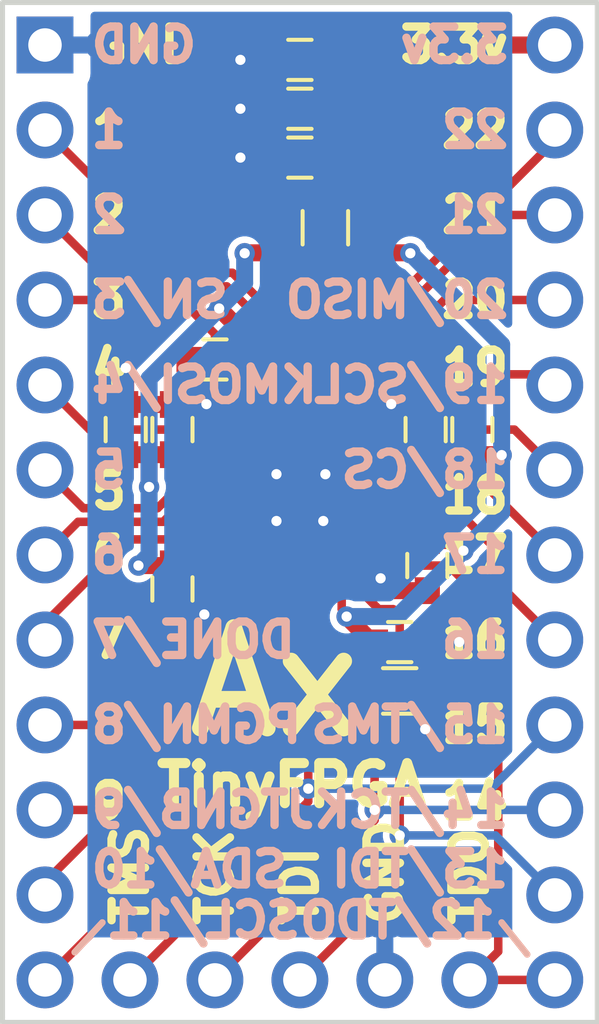
<source format=kicad_pcb>
(kicad_pcb (version 20171130) (host pcbnew "(5.1.9)-1")

  (general
    (thickness 1.6)
    (drawings 724)
    (tracks 229)
    (zones 0)
    (modules 17)
    (nets 26)
  )

  (page A4)
  (layers
    (0 F.Cu signal)
    (31 B.Cu signal)
    (32 B.Adhes user)
    (33 F.Adhes user)
    (34 B.Paste user)
    (35 F.Paste user)
    (36 B.SilkS user)
    (37 F.SilkS user)
    (38 B.Mask user)
    (39 F.Mask user)
    (40 Dwgs.User user hide)
    (41 Cmts.User user)
    (42 Eco1.User user)
    (43 Eco2.User user)
    (44 Edge.Cuts user)
    (45 Margin user)
    (46 B.CrtYd user)
    (47 F.CrtYd user)
    (48 B.Fab user)
    (49 F.Fab user)
  )

  (setup
    (last_trace_width 0.254)
    (trace_clearance 0.1524)
    (zone_clearance 0.0254)
    (zone_45_only no)
    (trace_min 0.1524)
    (via_size 0.6096)
    (via_drill 0.3048)
    (via_min_size 0.6096)
    (via_min_drill 0.3048)
    (uvia_size 0.3)
    (uvia_drill 0.1)
    (uvias_allowed no)
    (uvia_min_size 0.2)
    (uvia_min_drill 0.1)
    (edge_width 0.15)
    (segment_width 0.2)
    (pcb_text_width 0.3)
    (pcb_text_size 1.5 1.5)
    (mod_edge_width 0.15)
    (mod_text_size 1 1)
    (mod_text_width 0.15)
    (pad_size 1.7 1.7)
    (pad_drill 1)
    (pad_to_mask_clearance 0.07)
    (aux_axis_origin 0 0)
    (visible_elements 7FFFEF7F)
    (pcbplotparams
      (layerselection 0x211f8_ffffffff)
      (usegerberextensions false)
      (usegerberattributes true)
      (usegerberadvancedattributes true)
      (creategerberjobfile true)
      (excludeedgelayer true)
      (linewidth 0.100000)
      (plotframeref false)
      (viasonmask false)
      (mode 1)
      (useauxorigin false)
      (hpglpennumber 1)
      (hpglpenspeed 20)
      (hpglpendiameter 15.000000)
      (psnegative false)
      (psa4output false)
      (plotreference true)
      (plotvalue true)
      (plotinvisibletext false)
      (padsonsilk false)
      (subtractmaskfromsilk false)
      (outputformat 1)
      (mirror false)
      (drillshape 0)
      (scaleselection 1)
      (outputdirectory "../Production/Gerbers/"))
  )

  (net 0 "")
  (net 1 GND)
  (net 2 +3V3)
  (net 3 /EXT3v3)
  (net 4 /TDO)
  (net 5 /TDI)
  (net 6 /TCK)
  (net 7 /TMS)
  (net 8 /PB4C/CS)
  (net 9 /PB6C/SCLK)
  (net 10 /PB6D/MISO)
  (net 11 /PB11A_PCLKT2_1)
  (net 12 /PB11B_PCLKC2_1)
  (net 13 /PB20C_SN)
  (net 14 /PB20D_MOSI)
  (net 15 /PR5D_PCLKC1_0)
  (net 16 /PR5C_PCLKT1_0)
  (net 17 /PT17D_DONE)
  (net 18 /PT15D_PROGRAMN)
  (net 19 /PT15C_JTAGENB)
  (net 20 /PT12D_SDA)
  (net 21 /PT12C_SCL)
  (net 22 /PL9A_PCLKT3_0)
  (net 23 /PL9B_PCLKC3_0)
  (net 24 /PB9A_PCLKT2_0)
  (net 25 /PB9B_PCLKC2_0)

  (net_class Default "This is the default net class."
    (clearance 0.1524)
    (trace_width 0.254)
    (via_dia 0.6096)
    (via_drill 0.3048)
    (uvia_dia 0.3)
    (uvia_drill 0.1)
    (add_net +3V3)
    (add_net /EXT3v3)
    (add_net /PB11A_PCLKT2_1)
    (add_net /PB11B_PCLKC2_1)
    (add_net /PB20C_SN)
    (add_net /PB20D_MOSI)
    (add_net /PB4C/CS)
    (add_net /PB6C/SCLK)
    (add_net /PB6D/MISO)
    (add_net /PB9A_PCLKT2_0)
    (add_net /PB9B_PCLKC2_0)
    (add_net /PL9A_PCLKT3_0)
    (add_net /PL9B_PCLKC3_0)
    (add_net /PR5C_PCLKT1_0)
    (add_net /PR5D_PCLKC1_0)
    (add_net /PT12C_SCL)
    (add_net /PT12D_SDA)
    (add_net /PT15C_JTAGENB)
    (add_net /PT15D_PROGRAMN)
    (add_net /PT17D_DONE)
    (add_net /TCK)
    (add_net /TDI)
    (add_net /TDO)
    (add_net /TMS)
  )

  (net_class Power ""
    (clearance 0.1524)
    (trace_width 0.508)
    (via_dia 0.6096)
    (via_drill 0.3048)
    (uvia_dia 0.3)
    (uvia_drill 0.1)
    (add_net GND)
  )

  (module FP_tinyFPGA-AX2:Pin_Header_Straight_1x05_Pitch2.54mm (layer F.Cu) (tedit 5962A48E) (tstamp 60EACB7B)
    (at 83.82 147.32 90)
    (descr "Through hole straight pin header, 1x05, 2.54mm pitch, single row")
    (tags "Through hole pin header THT 1x05 2.54mm single row")
    (path /60EB0E9E)
    (fp_text reference J3 (at 0 -2.3 180) (layer F.SilkS) hide
      (effects (font (size 1 1) (thickness 0.15)))
    )
    (fp_text value Conn_01x05_Male (at -1.9 4.8 180) (layer F.Fab) hide
      (effects (font (size 1 1) (thickness 0.15)))
    )
    (fp_text user %R (at 0 -2.33 180) (layer F.Fab) hide
      (effects (font (size 1 1) (thickness 0.15)))
    )
    (pad 1 thru_hole circle (at 0 0 90) (size 1.7 1.7) (drill 1) (layers *.Cu *.Mask)
      (net 7 /TMS))
    (pad 2 thru_hole oval (at 0 2.54 90) (size 1.7 1.7) (drill 1) (layers *.Cu *.Mask)
      (net 6 /TCK))
    (pad 3 thru_hole oval (at 0 5.08 90) (size 1.7 1.7) (drill 1) (layers *.Cu *.Mask)
      (net 5 /TDI))
    (pad 4 thru_hole oval (at 0 7.62 90) (size 1.7 1.7) (drill 1) (layers *.Cu *.Mask)
      (net 1 GND))
    (pad 5 thru_hole oval (at 0 10.16 90) (size 1.7 1.7) (drill 1) (layers *.Cu *.Mask)
      (net 4 /TDO))
  )

  (module FP_tinyFPGA-AX2:Pin_Header_Straight_pin1round_1x12_Pitch2.54mm (layer F.Cu) (tedit 5962A474) (tstamp 60EACB62)
    (at 96.52 119.38)
    (descr "Through hole straight pin header, 1x12, 2.54mm pitch, single row")
    (tags "Through hole pin header THT 1x12 2.54mm single row")
    (path /60ECB3E1)
    (fp_text reference J2 (at 0 -2.33) (layer F.SilkS) hide
      (effects (font (size 1 1) (thickness 0.15)))
    )
    (fp_text value Conn_01x12_Male (at 2.18 5.32 90) (layer F.Fab) hide
      (effects (font (size 1 1) (thickness 0.15)))
    )
    (fp_text user %R (at 0 -2.33) (layer F.Fab) hide
      (effects (font (size 1 1) (thickness 0.15)))
    )
    (pad 12 thru_hole oval (at 0 27.94) (size 1.7 1.7) (drill 1) (layers *.Cu *.Mask)
      (net 4 /TDO))
    (pad 11 thru_hole oval (at 0 25.4) (size 1.7 1.7) (drill 1) (layers *.Cu *.Mask)
      (net 5 /TDI))
    (pad 10 thru_hole oval (at 0 22.86) (size 1.7 1.7) (drill 1) (layers *.Cu *.Mask)
      (net 6 /TCK))
    (pad 9 thru_hole oval (at 0 20.32) (size 1.7 1.7) (drill 1) (layers *.Cu *.Mask)
      (net 7 /TMS))
    (pad 8 thru_hole oval (at 0 17.78) (size 1.7 1.7) (drill 1) (layers *.Cu *.Mask)
      (net 22 /PL9A_PCLKT3_0))
    (pad 7 thru_hole oval (at 0 15.24) (size 1.7 1.7) (drill 1) (layers *.Cu *.Mask)
      (net 23 /PL9B_PCLKC3_0))
    (pad 6 thru_hole oval (at 0 12.7) (size 1.7 1.7) (drill 1) (layers *.Cu *.Mask)
      (net 8 /PB4C/CS))
    (pad 5 thru_hole oval (at 0 10.16) (size 1.7 1.7) (drill 1) (layers *.Cu *.Mask)
      (net 9 /PB6C/SCLK))
    (pad 4 thru_hole oval (at 0 7.62) (size 1.7 1.7) (drill 1) (layers *.Cu *.Mask)
      (net 10 /PB6D/MISO))
    (pad 3 thru_hole oval (at 0 5.08) (size 1.7 1.7) (drill 1) (layers *.Cu *.Mask)
      (net 24 /PB9A_PCLKT2_0))
    (pad 2 thru_hole oval (at 0 2.54) (size 1.7 1.7) (drill 1) (layers *.Cu *.Mask)
      (net 25 /PB9B_PCLKC2_0))
    (pad 1 thru_hole circle (at 0 0) (size 1.7 1.7) (drill 1) (layers *.Cu *.Mask)
      (net 3 /EXT3v3))
  )

  (module FP_tinyFPGA-AX2:Pin_Header_Straight_1x12_Pitch2.54mm (layer F.Cu) (tedit 5914076C) (tstamp 60EACB42)
    (at 81.28 119.38)
    (descr "Through hole straight pin header, 1x12, 2.54mm pitch, single row")
    (tags "Through hole pin header THT 1x12 2.54mm single row")
    (path /60EC0681)
    (fp_text reference J1 (at 0 -2.33) (layer F.SilkS) hide
      (effects (font (size 1 1) (thickness 0.15)))
    )
    (fp_text value Conn_01x12_Male (at -2.58 6.32 90) (layer F.Fab) hide
      (effects (font (size 1 1) (thickness 0.15)))
    )
    (fp_text user %R (at 0 -2.33) (layer F.Fab) hide
      (effects (font (size 1 1) (thickness 0.15)))
    )
    (pad 1 thru_hole rect (at 0 0) (size 1.7 1.7) (drill 1) (layers *.Cu *.Mask)
      (net 1 GND))
    (pad 2 thru_hole oval (at 0 2.54) (size 1.7 1.7) (drill 1) (layers *.Cu *.Mask)
      (net 11 /PB11A_PCLKT2_1))
    (pad 3 thru_hole oval (at 0 5.08) (size 1.7 1.7) (drill 1) (layers *.Cu *.Mask)
      (net 12 /PB11B_PCLKC2_1))
    (pad 4 thru_hole oval (at 0 7.62) (size 1.7 1.7) (drill 1) (layers *.Cu *.Mask)
      (net 13 /PB20C_SN))
    (pad 5 thru_hole oval (at 0 10.16) (size 1.7 1.7) (drill 1) (layers *.Cu *.Mask)
      (net 14 /PB20D_MOSI))
    (pad 6 thru_hole oval (at 0 12.7) (size 1.7 1.7) (drill 1) (layers *.Cu *.Mask)
      (net 15 /PR5D_PCLKC1_0))
    (pad 7 thru_hole oval (at 0 15.24) (size 1.7 1.7) (drill 1) (layers *.Cu *.Mask)
      (net 16 /PR5C_PCLKT1_0))
    (pad 8 thru_hole oval (at 0 17.78) (size 1.7 1.7) (drill 1) (layers *.Cu *.Mask)
      (net 17 /PT17D_DONE))
    (pad 9 thru_hole oval (at 0 20.32) (size 1.7 1.7) (drill 1) (layers *.Cu *.Mask)
      (net 18 /PT15D_PROGRAMN))
    (pad 10 thru_hole oval (at 0 22.86) (size 1.7 1.7) (drill 1) (layers *.Cu *.Mask)
      (net 19 /PT15C_JTAGENB))
    (pad 11 thru_hole oval (at 0 25.4) (size 1.7 1.7) (drill 1) (layers *.Cu *.Mask)
      (net 20 /PT12D_SDA))
    (pad 12 thru_hole oval (at 0 27.94) (size 1.7 1.7) (drill 1) (layers *.Cu *.Mask)
      (net 21 /PT12C_SCL))
  )

  (module FP_tinyFPGA-AX2:32QFN (layer F.Cu) (tedit 592B3A1F) (tstamp 60EACBDB)
    (at 88.9 132.9055 180)
    (path /610C658B)
    (attr smd)
    (fp_text reference U1 (at 0 -1.7145) (layer F.Fab)
      (effects (font (size 0.5 0.5) (thickness 0.125)))
    )
    (fp_text value MachXO2-1200-QFN32 (at 0 1.27) (layer F.Fab)
      (effects (font (size 0.3 0.25) (thickness 0.0625)))
    )
    (fp_line (start -2.5 -1.5) (end -1.5 -2.5) (layer F.Fab) (width 0.15))
    (fp_line (start -2.5 2.5) (end -2.5 -1.5) (layer F.Fab) (width 0.15))
    (fp_line (start 2.5 2.5) (end -2.5 2.5) (layer F.Fab) (width 0.15))
    (fp_line (start 2.5 -2.5) (end 2.5 2.5) (layer F.Fab) (width 0.15))
    (fp_line (start -1.5 -2.5) (end 2.5 -2.5) (layer F.Fab) (width 0.15))
    (fp_line (start -1.25 0) (end 1.25 0) (layer F.Mask) (width 0.3))
    (fp_line (start -1.35 1.35) (end -1.35 -1.35) (layer F.Mask) (width 0.15))
    (fp_line (start 1.35 1.35) (end -1.35 1.35) (layer F.Mask) (width 0.15))
    (fp_line (start 1.35 -1.35) (end 1.35 1.35) (layer F.Mask) (width 0.15))
    (fp_line (start -1.35 -1.35) (end 1.35 -1.35) (layer F.Mask) (width 0.15))
    (fp_line (start 0 -1.25) (end 0 1.25) (layer F.Mask) (width 0.3))
    (pad 32 smd oval (at -1.75 -2.5 270) (size 0.7 0.24) (layers F.Cu F.Paste F.Mask)
      (net 5 /TDI) (solder_mask_margin 0.07))
    (pad 31 smd oval (at -1.25 -2.5 270) (size 0.7 0.24) (layers F.Cu F.Paste F.Mask)
      (net 2 +3V3) (solder_mask_margin 0.07))
    (pad 30 smd oval (at -0.75 -2.5 270) (size 0.7 0.24) (layers F.Cu F.Paste F.Mask)
      (net 6 /TCK) (solder_mask_margin 0.07))
    (pad 29 smd oval (at -0.25 -2.5 270) (size 0.7 0.24) (layers F.Cu F.Paste F.Mask)
      (net 7 /TMS) (solder_mask_margin 0.07))
    (pad 28 smd oval (at 0.25 -2.5 270) (size 0.7 0.24) (layers F.Cu F.Paste F.Mask)
      (net 21 /PT12C_SCL) (solder_mask_margin 0.07))
    (pad 27 smd oval (at 0.75 -2.5 270) (size 0.7 0.24) (layers F.Cu F.Paste F.Mask)
      (net 20 /PT12D_SDA) (solder_mask_margin 0.07))
    (pad 26 smd oval (at 1.25 -2.5 270) (size 0.7 0.24) (layers F.Cu F.Paste F.Mask)
      (net 19 /PT15C_JTAGENB) (solder_mask_margin 0.07))
    (pad 25 smd oval (at 1.75 -2.5 270) (size 0.7 0.24) (layers F.Cu F.Paste F.Mask)
      (net 18 /PT15D_PROGRAMN) (solder_mask_margin 0.07))
    (pad 24 smd oval (at 2.5 -1.75 180) (size 0.7 0.24) (layers F.Cu F.Paste F.Mask)
      (net 2 +3V3) (solder_mask_margin 0.07))
    (pad 23 smd oval (at 2.5 -1.25 180) (size 0.7 0.24) (layers F.Cu F.Paste F.Mask)
      (net 17 /PT17D_DONE) (solder_mask_margin 0.07))
    (pad 22 smd oval (at 2.5 -0.75 180) (size 0.7 0.24) (layers F.Cu F.Paste F.Mask)
      (net 1 GND) (solder_mask_margin 0.07))
    (pad 21 smd oval (at 2.5 -0.25 180) (size 0.7 0.24) (layers F.Cu F.Paste F.Mask)
      (net 16 /PR5C_PCLKT1_0) (solder_mask_margin 0.07))
    (pad 20 smd oval (at 2.5 0.25 180) (size 0.7 0.24) (layers F.Cu F.Paste F.Mask)
      (net 15 /PR5D_PCLKC1_0) (solder_mask_margin 0.07))
    (pad 19 smd oval (at 2.5 0.75 180) (size 0.7 0.24) (layers F.Cu F.Paste F.Mask)
      (net 2 +3V3) (solder_mask_margin 0.07))
    (pad 18 smd oval (at 2.5 1.25 180) (size 0.7 0.24) (layers F.Cu F.Paste F.Mask)
      (net 2 +3V3) (solder_mask_margin 0.07))
    (pad 17 smd oval (at 2.5 1.75 180) (size 0.7 0.24) (layers F.Cu F.Paste F.Mask)
      (net 14 /PB20D_MOSI) (solder_mask_margin 0.07))
    (pad 16 smd oval (at 1.75 2.5 270) (size 0.7 0.24) (layers F.Cu F.Paste F.Mask)
      (net 13 /PB20C_SN) (solder_mask_margin 0.07))
    (pad 15 smd oval (at 1.25 2.5 270) (size 0.7 0.24) (layers F.Cu F.Paste F.Mask)
      (net 2 +3V3) (solder_mask_margin 0.07))
    (pad 14 smd oval (at 0.75 2.5 270) (size 0.7 0.24) (layers F.Cu F.Paste F.Mask)
      (net 12 /PB11B_PCLKC2_1) (solder_mask_margin 0.07))
    (pad 13 smd oval (at 0.25 2.5 270) (size 0.7 0.24) (layers F.Cu F.Paste F.Mask)
      (net 11 /PB11A_PCLKT2_1) (solder_mask_margin 0.07))
    (pad 12 smd oval (at -0.25 2.5 270) (size 0.7 0.24) (layers F.Cu F.Paste F.Mask)
      (net 25 /PB9B_PCLKC2_0) (solder_mask_margin 0.07))
    (pad 11 smd oval (at -0.75 2.5 270) (size 0.7 0.24) (layers F.Cu F.Paste F.Mask)
      (net 24 /PB9A_PCLKT2_0) (solder_mask_margin 0.07))
    (pad 10 smd oval (at -1.25 2.5 270) (size 0.7 0.24) (layers F.Cu F.Paste F.Mask)
      (net 10 /PB6D/MISO) (solder_mask_margin 0.07))
    (pad 9 smd oval (at -1.75 2.5 270) (size 0.7 0.24) (layers F.Cu F.Paste F.Mask)
      (net 9 /PB6C/SCLK) (solder_mask_margin 0.07))
    (pad 8 smd oval (at -2.5 1.75 180) (size 0.7 0.24) (layers F.Cu F.Paste F.Mask)
      (net 8 /PB4C/CS) (solder_mask_margin 0.07))
    (pad 7 smd oval (at -2.5 1.25 180) (size 0.7 0.24) (layers F.Cu F.Paste F.Mask)
      (net 2 +3V3) (solder_mask_margin 0.07))
    (pad 6 smd oval (at -2.5 0.75 180) (size 0.7 0.24) (layers F.Cu F.Paste F.Mask)
      (net 2 +3V3) (solder_mask_margin 0.07))
    (pad 5 smd oval (at -2.5 0.25 180) (size 0.7 0.24) (layers F.Cu F.Paste F.Mask)
      (net 23 /PL9B_PCLKC3_0) (solder_mask_margin 0.07))
    (pad 4 smd oval (at -2.5 -0.25 180) (size 0.7 0.24) (layers F.Cu F.Paste F.Mask)
      (net 22 /PL9A_PCLKT3_0) (solder_mask_margin 0.07))
    (pad 3 smd oval (at -2.5 -0.75 180) (size 0.7 0.24) (layers F.Cu F.Paste F.Mask)
      (net 1 GND) (solder_mask_margin 0.07))
    (pad 2 smd oval (at -2.5 -1.25 180) (size 0.7 0.24) (layers F.Cu F.Paste F.Mask)
      (net 2 +3V3) (solder_mask_margin 0.07))
    (pad 1 smd oval (at -2.5 -1.75 180) (size 0.7 0.24) (layers F.Cu F.Paste F.Mask)
      (net 4 /TDO) (solder_mask_margin 0.07))
    (pad 33 smd rect (at -0.7 -0.7 180) (size 1.17 1.17) (layers F.Cu F.Paste F.Mask)
      (net 1 GND))
    (pad 33 smd rect (at 0.7 0.7 180) (size 1.17 1.17) (layers F.Cu F.Paste F.Mask)
      (net 1 GND))
    (pad 33 smd rect (at 0.7 -0.7 180) (size 1.17 1.17) (layers F.Cu F.Paste F.Mask)
      (net 1 GND))
    (pad 33 smd rect (at -0.7 0.7 180) (size 1.17 1.17) (layers F.Cu F.Paste F.Mask)
      (net 1 GND))
    (model Housings_DFN_QFN.3dshapes/QFN-32-1EP_5x5mm_Pitch0.5mm.wrl
      (at (xyz 0 0 0))
      (scale (xyz 1 1 1))
      (rotate (xyz 0 0 0))
    )
  )

  (module Capacitors_SMD:C_0603 placed (layer F.Cu) (tedit 59140720) (tstamp 590045F2)
    (at 88.9 121.285 180)
    (descr "Capacitor SMD 0603, reflow soldering, AVX (see smccp.pdf)")
    (tags "capacitor 0603")
    (path /5904D77E)
    (attr smd)
    (fp_text reference C2 (at -1.27 0.127 180) (layer F.Fab)
      (effects (font (size 0.3 0.3) (thickness 0.075)))
    )
    (fp_text value 1uF (at 0.01778 0.00508 180) (layer F.Fab)
      (effects (font (size 0.3 0.3) (thickness 0.075)))
    )
    (fp_line (start 1.4 0.65) (end -1.4 0.65) (layer F.CrtYd) (width 0.05))
    (fp_line (start 1.4 0.65) (end 1.4 -0.65) (layer F.CrtYd) (width 0.05))
    (fp_line (start -1.4 -0.65) (end -1.4 0.65) (layer F.CrtYd) (width 0.05))
    (fp_line (start -1.4 -0.65) (end 1.4 -0.65) (layer F.CrtYd) (width 0.05))
    (fp_line (start 0.35 0.6) (end -0.35 0.6) (layer F.SilkS) (width 0.12))
    (fp_line (start -0.35 -0.6) (end 0.35 -0.6) (layer F.SilkS) (width 0.12))
    (fp_line (start -0.8 -0.4) (end 0.8 -0.4) (layer F.Fab) (width 0.1))
    (fp_line (start 0.8 -0.4) (end 0.8 0.4) (layer F.Fab) (width 0.1))
    (fp_line (start 0.8 0.4) (end -0.8 0.4) (layer F.Fab) (width 0.1))
    (fp_line (start -0.8 0.4) (end -0.8 -0.4) (layer F.Fab) (width 0.1))
    (pad 1 smd rect (at -0.75 0 180) (size 0.8 0.75) (layers F.Cu F.Paste F.Mask)
      (net 3 /EXT3v3))
    (pad 2 smd rect (at 0.75 0 180) (size 0.8 0.75) (layers F.Cu F.Paste F.Mask)
      (net 1 GND))
    (model Capacitors_SMD.3dshapes/C_0603.wrl
      (at (xyz 0 0 0))
      (scale (xyz 1 1 1))
      (rotate (xyz 0 0 0))
    )
  )

  (module Capacitors_SMD:C_0603 placed (layer F.Cu) (tedit 591406E9) (tstamp 590045FE)
    (at 83.693 130.8735 90)
    (descr "Capacitor SMD 0603, reflow soldering, AVX (see smccp.pdf)")
    (tags "capacitor 0603")
    (path /59004C50)
    (attr smd)
    (fp_text reference C4 (at 1.3335 -0.127 90) (layer F.Fab)
      (effects (font (size 0.3 0.3) (thickness 0.075)))
    )
    (fp_text value 100nF (at 0 0.02032 90) (layer F.Fab)
      (effects (font (size 0.3 0.3) (thickness 0.075)))
    )
    (fp_line (start 1.4 0.65) (end -1.4 0.65) (layer F.CrtYd) (width 0.05))
    (fp_line (start 1.4 0.65) (end 1.4 -0.65) (layer F.CrtYd) (width 0.05))
    (fp_line (start -1.4 -0.65) (end -1.4 0.65) (layer F.CrtYd) (width 0.05))
    (fp_line (start -1.4 -0.65) (end 1.4 -0.65) (layer F.CrtYd) (width 0.05))
    (fp_line (start 0.35 0.6) (end -0.35 0.6) (layer F.SilkS) (width 0.12))
    (fp_line (start -0.35 -0.6) (end 0.35 -0.6) (layer F.SilkS) (width 0.12))
    (fp_line (start -0.8 -0.4) (end 0.8 -0.4) (layer F.Fab) (width 0.1))
    (fp_line (start 0.8 -0.4) (end 0.8 0.4) (layer F.Fab) (width 0.1))
    (fp_line (start 0.8 0.4) (end -0.8 0.4) (layer F.Fab) (width 0.1))
    (fp_line (start -0.8 0.4) (end -0.8 -0.4) (layer F.Fab) (width 0.1))
    (pad 1 smd rect (at -0.75 0 90) (size 0.8 0.75) (layers F.Cu F.Paste F.Mask)
      (net 2 +3V3))
    (pad 2 smd rect (at 0.75 0 90) (size 0.8 0.75) (layers F.Cu F.Paste F.Mask)
      (net 1 GND))
    (model Capacitors_SMD.3dshapes/C_0603.wrl
      (at (xyz 0 0 0))
      (scale (xyz 1 1 1))
      (rotate (xyz 0 0 0))
    )
  )

  (module Capacitors_SMD:C_0603 placed (layer F.Cu) (tedit 59110B6D) (tstamp 59004616)
    (at 86.36 128.778 180)
    (descr "Capacitor SMD 0603, reflow soldering, AVX (see smccp.pdf)")
    (tags "capacitor 0603")
    (path /59017C60)
    (attr smd)
    (fp_text reference C8 (at 0 -1.5 180) (layer F.SilkS) hide
      (effects (font (size 1 1) (thickness 0.15)))
    )
    (fp_text value 100nF (at -0.04064 -0.04572 180) (layer F.Fab)
      (effects (font (size 0.3 0.3) (thickness 0.075)))
    )
    (fp_line (start 1.4 0.65) (end -1.4 0.65) (layer F.CrtYd) (width 0.05))
    (fp_line (start 1.4 0.65) (end 1.4 -0.65) (layer F.CrtYd) (width 0.05))
    (fp_line (start -1.4 -0.65) (end -1.4 0.65) (layer F.CrtYd) (width 0.05))
    (fp_line (start -1.4 -0.65) (end 1.4 -0.65) (layer F.CrtYd) (width 0.05))
    (fp_line (start 0.35 0.6) (end -0.35 0.6) (layer F.SilkS) (width 0.12))
    (fp_line (start -0.35 -0.6) (end 0.35 -0.6) (layer F.SilkS) (width 0.12))
    (fp_line (start -0.8 -0.4) (end 0.8 -0.4) (layer F.Fab) (width 0.1))
    (fp_line (start 0.8 -0.4) (end 0.8 0.4) (layer F.Fab) (width 0.1))
    (fp_line (start 0.8 0.4) (end -0.8 0.4) (layer F.Fab) (width 0.1))
    (fp_line (start -0.8 0.4) (end -0.8 -0.4) (layer F.Fab) (width 0.1))
    (fp_text user %R (at -1.26238 -0.0254 180) (layer F.Fab)
      (effects (font (size 0.3 0.3) (thickness 0.075)))
    )
    (pad 1 smd rect (at -0.75 0 180) (size 0.8 0.75) (layers F.Cu F.Paste F.Mask)
      (net 2 +3V3))
    (pad 2 smd rect (at 0.75 0 180) (size 0.8 0.75) (layers F.Cu F.Paste F.Mask)
      (net 1 GND))
    (model Capacitors_SMD.3dshapes/C_0603.wrl
      (at (xyz 0 0 0))
      (scale (xyz 1 1 1))
      (rotate (xyz 0 0 0))
    )
  )

  (module Capacitors_SMD:C_0603 (layer F.Cu) (tedit 59110B84) (tstamp 59017AF5)
    (at 92.6592 130.8735 90)
    (descr "Capacitor SMD 0603, reflow soldering, AVX (see smccp.pdf)")
    (tags "capacitor 0603")
    (path /59017C66)
    (attr smd)
    (fp_text reference C9 (at 0 -1.5 90) (layer F.SilkS) hide
      (effects (font (size 1 1) (thickness 0.15)))
    )
    (fp_text value 100nF (at 0.04318 0 90) (layer F.Fab)
      (effects (font (size 0.3 0.3) (thickness 0.075)))
    )
    (fp_line (start 1.4 0.65) (end -1.4 0.65) (layer F.CrtYd) (width 0.05))
    (fp_line (start 1.4 0.65) (end 1.4 -0.65) (layer F.CrtYd) (width 0.05))
    (fp_line (start -1.4 -0.65) (end -1.4 0.65) (layer F.CrtYd) (width 0.05))
    (fp_line (start -1.4 -0.65) (end 1.4 -0.65) (layer F.CrtYd) (width 0.05))
    (fp_line (start 0.35 0.6) (end -0.35 0.6) (layer F.SilkS) (width 0.12))
    (fp_line (start -0.35 -0.6) (end 0.35 -0.6) (layer F.SilkS) (width 0.12))
    (fp_line (start -0.8 -0.4) (end 0.8 -0.4) (layer F.Fab) (width 0.1))
    (fp_line (start 0.8 -0.4) (end 0.8 0.4) (layer F.Fab) (width 0.1))
    (fp_line (start 0.8 0.4) (end -0.8 0.4) (layer F.Fab) (width 0.1))
    (fp_line (start -0.8 0.4) (end -0.8 -0.4) (layer F.Fab) (width 0.1))
    (fp_text user %R (at 1.3589 -0.00254 90) (layer F.Fab)
      (effects (font (size 0.3 0.3) (thickness 0.075)))
    )
    (pad 1 smd rect (at -0.75 0 90) (size 0.8 0.75) (layers F.Cu F.Paste F.Mask)
      (net 2 +3V3))
    (pad 2 smd rect (at 0.75 0 90) (size 0.8 0.75) (layers F.Cu F.Paste F.Mask)
      (net 1 GND))
    (model Capacitors_SMD.3dshapes/C_0603.wrl
      (at (xyz 0 0 0))
      (scale (xyz 1 1 1))
      (rotate (xyz 0 0 0))
    )
  )

  (module Capacitors_SMD:C_0603 (layer F.Cu) (tedit 59110B8F) (tstamp 59017AFB)
    (at 94.0562 130.8735 90)
    (descr "Capacitor SMD 0603, reflow soldering, AVX (see smccp.pdf)")
    (tags "capacitor 0603")
    (path /59017C6C)
    (attr smd)
    (fp_text reference C10 (at 0 -1.5 90) (layer F.SilkS) hide
      (effects (font (size 1 1) (thickness 0.15)))
    )
    (fp_text value 10nF (at 0.02286 0.0127 90) (layer F.Fab)
      (effects (font (size 0.3 0.3) (thickness 0.075)))
    )
    (fp_line (start 1.4 0.65) (end -1.4 0.65) (layer F.CrtYd) (width 0.05))
    (fp_line (start 1.4 0.65) (end 1.4 -0.65) (layer F.CrtYd) (width 0.05))
    (fp_line (start -1.4 -0.65) (end -1.4 0.65) (layer F.CrtYd) (width 0.05))
    (fp_line (start -1.4 -0.65) (end 1.4 -0.65) (layer F.CrtYd) (width 0.05))
    (fp_line (start 0.35 0.6) (end -0.35 0.6) (layer F.SilkS) (width 0.12))
    (fp_line (start -0.35 -0.6) (end 0.35 -0.6) (layer F.SilkS) (width 0.12))
    (fp_line (start -0.8 -0.4) (end 0.8 -0.4) (layer F.Fab) (width 0.1))
    (fp_line (start 0.8 -0.4) (end 0.8 0.4) (layer F.Fab) (width 0.1))
    (fp_line (start 0.8 0.4) (end -0.8 0.4) (layer F.Fab) (width 0.1))
    (fp_line (start -0.8 0.4) (end -0.8 -0.4) (layer F.Fab) (width 0.1))
    (fp_text user %R (at 1.4097 0.0762 90) (layer F.Fab)
      (effects (font (size 0.3 0.3) (thickness 0.075)))
    )
    (pad 1 smd rect (at -0.75 0 90) (size 0.8 0.75) (layers F.Cu F.Paste F.Mask)
      (net 2 +3V3))
    (pad 2 smd rect (at 0.75 0 90) (size 0.8 0.75) (layers F.Cu F.Paste F.Mask)
      (net 1 GND))
    (model Capacitors_SMD.3dshapes/C_0603.wrl
      (at (xyz 0 0 0))
      (scale (xyz 1 1 1))
      (rotate (xyz 0 0 0))
    )
  )

  (module Capacitors_SMD:C_0603 (layer F.Cu) (tedit 59140649) (tstamp 59017B01)
    (at 92.71 134.9375 270)
    (descr "Capacitor SMD 0603, reflow soldering, AVX (see smccp.pdf)")
    (tags "capacitor 0603")
    (path /59017C72)
    (attr smd)
    (fp_text reference C11 (at -1.5875 0 270) (layer F.Fab)
      (effects (font (size 0.3 0.3) (thickness 0.075)))
    )
    (fp_text value 10nF (at -0.01016 -0.0381 270) (layer F.Fab)
      (effects (font (size 0.3 0.3) (thickness 0.075)))
    )
    (fp_line (start 1.4 0.65) (end -1.4 0.65) (layer F.CrtYd) (width 0.05))
    (fp_line (start 1.4 0.65) (end 1.4 -0.65) (layer F.CrtYd) (width 0.05))
    (fp_line (start -1.4 -0.65) (end -1.4 0.65) (layer F.CrtYd) (width 0.05))
    (fp_line (start -1.4 -0.65) (end 1.4 -0.65) (layer F.CrtYd) (width 0.05))
    (fp_line (start 0.35 0.6) (end -0.35 0.6) (layer F.SilkS) (width 0.12))
    (fp_line (start -0.35 -0.6) (end 0.35 -0.6) (layer F.SilkS) (width 0.12))
    (fp_line (start -0.8 -0.4) (end 0.8 -0.4) (layer F.Fab) (width 0.1))
    (fp_line (start 0.8 -0.4) (end 0.8 0.4) (layer F.Fab) (width 0.1))
    (fp_line (start 0.8 0.4) (end -0.8 0.4) (layer F.Fab) (width 0.1))
    (fp_line (start -0.8 0.4) (end -0.8 -0.4) (layer F.Fab) (width 0.1))
    (pad 1 smd rect (at -0.75 0 270) (size 0.8 0.75) (layers F.Cu F.Paste F.Mask)
      (net 2 +3V3))
    (pad 2 smd rect (at 0.75 0 270) (size 0.8 0.75) (layers F.Cu F.Paste F.Mask)
      (net 1 GND))
    (model Capacitors_SMD.3dshapes/C_0603.wrl
      (at (xyz 0 0 0))
      (scale (xyz 1 1 1))
      (rotate (xyz 0 0 0))
    )
  )

  (module Resistors_SMD:R_0603 (layer F.Cu) (tedit 5914066D) (tstamp 590244FF)
    (at 91.8845 138.684)
    (descr "Resistor SMD 0603, reflow soldering, Vishay (see dcrcw.pdf)")
    (tags "resistor 0603")
    (path /59027A6E)
    (attr smd)
    (fp_text reference R1 (at 1.3335 0) (layer F.Fab)
      (effects (font (size 0.3 0.3) (thickness 0.075)))
    )
    (fp_text value 4.7k (at -0.0635 0.0127) (layer F.Fab)
      (effects (font (size 0.3 0.3) (thickness 0.075)))
    )
    (fp_line (start 1.25 0.7) (end -1.25 0.7) (layer F.CrtYd) (width 0.05))
    (fp_line (start 1.25 0.7) (end 1.25 -0.7) (layer F.CrtYd) (width 0.05))
    (fp_line (start -1.25 -0.7) (end -1.25 0.7) (layer F.CrtYd) (width 0.05))
    (fp_line (start -1.25 -0.7) (end 1.25 -0.7) (layer F.CrtYd) (width 0.05))
    (fp_line (start -0.5 -0.68) (end 0.5 -0.68) (layer F.SilkS) (width 0.12))
    (fp_line (start 0.5 0.68) (end -0.5 0.68) (layer F.SilkS) (width 0.12))
    (fp_line (start -0.8 -0.4) (end 0.8 -0.4) (layer F.Fab) (width 0.1))
    (fp_line (start 0.8 -0.4) (end 0.8 0.4) (layer F.Fab) (width 0.1))
    (fp_line (start 0.8 0.4) (end -0.8 0.4) (layer F.Fab) (width 0.1))
    (fp_line (start -0.8 0.4) (end -0.8 -0.4) (layer F.Fab) (width 0.1))
    (pad 1 smd rect (at -0.75 0) (size 0.5 0.9) (layers F.Cu F.Paste F.Mask)
      (net 6 /TCK))
    (pad 2 smd rect (at 0.75 0) (size 0.5 0.9) (layers F.Cu F.Paste F.Mask)
      (net 1 GND))
    (model ${KISYS3DMOD}/Resistors_SMD.3dshapes/R_0603.wrl
      (at (xyz 0 0 0))
      (scale (xyz 1 1 1))
      (rotate (xyz 0 0 0))
    )
  )

  (module Capacitors_SMD:C_0603 (layer F.Cu) (tedit 59110B3A) (tstamp 5904449A)
    (at 88.9 119.8245 180)
    (descr "Capacitor SMD 0603, reflow soldering, AVX (see smccp.pdf)")
    (tags "capacitor 0603")
    (path /5904D7C3)
    (attr smd)
    (fp_text reference C1 (at 0 -1.5 180) (layer F.SilkS) hide
      (effects (font (size 1 1) (thickness 0.15)))
    )
    (fp_text value 10uF (at -0.02286 -0.0254 180) (layer F.Fab)
      (effects (font (size 0.3 0.3) (thickness 0.075)))
    )
    (fp_line (start 1.4 0.65) (end -1.4 0.65) (layer F.CrtYd) (width 0.05))
    (fp_line (start 1.4 0.65) (end 1.4 -0.65) (layer F.CrtYd) (width 0.05))
    (fp_line (start -1.4 -0.65) (end -1.4 0.65) (layer F.CrtYd) (width 0.05))
    (fp_line (start -1.4 -0.65) (end 1.4 -0.65) (layer F.CrtYd) (width 0.05))
    (fp_line (start 0.35 0.6) (end -0.35 0.6) (layer F.SilkS) (width 0.12))
    (fp_line (start -0.35 -0.6) (end 0.35 -0.6) (layer F.SilkS) (width 0.12))
    (fp_line (start -0.8 -0.4) (end 0.8 -0.4) (layer F.Fab) (width 0.1))
    (fp_line (start 0.8 -0.4) (end 0.8 0.4) (layer F.Fab) (width 0.1))
    (fp_line (start 0.8 0.4) (end -0.8 0.4) (layer F.Fab) (width 0.1))
    (fp_line (start -0.8 0.4) (end -0.8 -0.4) (layer F.Fab) (width 0.1))
    (fp_text user %R (at -1.2827 -0.01778 180) (layer F.Fab)
      (effects (font (size 0.3 0.3) (thickness 0.075)))
    )
    (pad 1 smd rect (at -0.75 0 180) (size 0.8 0.75) (layers F.Cu F.Paste F.Mask)
      (net 3 /EXT3v3))
    (pad 2 smd rect (at 0.75 0 180) (size 0.8 0.75) (layers F.Cu F.Paste F.Mask)
      (net 1 GND))
    (model Capacitors_SMD.3dshapes/C_0603.wrl
      (at (xyz 0 0 0))
      (scale (xyz 1 1 1))
      (rotate (xyz 0 0 0))
    )
  )

  (module Capacitors_SMD:C_0603 (layer F.Cu) (tedit 59110B45) (tstamp 590444A0)
    (at 88.9 122.7455 180)
    (descr "Capacitor SMD 0603, reflow soldering, AVX (see smccp.pdf)")
    (tags "capacitor 0603")
    (path /5904D6BF)
    (attr smd)
    (fp_text reference C3 (at 0 -1.5 180) (layer F.SilkS) hide
      (effects (font (size 1 1) (thickness 0.15)))
    )
    (fp_text value 100nF (at -0.00254 -0.02286 180) (layer F.Fab)
      (effects (font (size 0.3 0.3) (thickness 0.075)))
    )
    (fp_line (start 1.4 0.65) (end -1.4 0.65) (layer F.CrtYd) (width 0.05))
    (fp_line (start 1.4 0.65) (end 1.4 -0.65) (layer F.CrtYd) (width 0.05))
    (fp_line (start -1.4 -0.65) (end -1.4 0.65) (layer F.CrtYd) (width 0.05))
    (fp_line (start -1.4 -0.65) (end 1.4 -0.65) (layer F.CrtYd) (width 0.05))
    (fp_line (start 0.35 0.6) (end -0.35 0.6) (layer F.SilkS) (width 0.12))
    (fp_line (start -0.35 -0.6) (end 0.35 -0.6) (layer F.SilkS) (width 0.12))
    (fp_line (start -0.8 -0.4) (end 0.8 -0.4) (layer F.Fab) (width 0.1))
    (fp_line (start 0.8 -0.4) (end 0.8 0.4) (layer F.Fab) (width 0.1))
    (fp_line (start 0.8 0.4) (end -0.8 0.4) (layer F.Fab) (width 0.1))
    (fp_line (start -0.8 0.4) (end -0.8 -0.4) (layer F.Fab) (width 0.1))
    (fp_text user %R (at -1.27 0.0635 180) (layer F.Fab)
      (effects (font (size 0.3 0.3) (thickness 0.075)))
    )
    (pad 1 smd rect (at -0.75 0 180) (size 0.8 0.75) (layers F.Cu F.Paste F.Mask)
      (net 3 /EXT3v3))
    (pad 2 smd rect (at 0.75 0 180) (size 0.8 0.75) (layers F.Cu F.Paste F.Mask)
      (net 1 GND))
    (model Capacitors_SMD.3dshapes/C_0603.wrl
      (at (xyz 0 0 0))
      (scale (xyz 1 1 1))
      (rotate (xyz 0 0 0))
    )
  )

  (module Capacitors_SMD:C_0603 (layer F.Cu) (tedit 59110B79) (tstamp 590444A6)
    (at 85.09 130.8735 90)
    (descr "Capacitor SMD 0603, reflow soldering, AVX (see smccp.pdf)")
    (tags "capacitor 0603")
    (path /59004DD1)
    (attr smd)
    (fp_text reference C5 (at 0 -1.5 90) (layer F.SilkS) hide
      (effects (font (size 1 1) (thickness 0.15)))
    )
    (fp_text value 10nF (at 0.04318 0.01016 90) (layer F.Fab)
      (effects (font (size 0.3 0.3) (thickness 0.075)))
    )
    (fp_line (start 1.4 0.65) (end -1.4 0.65) (layer F.CrtYd) (width 0.05))
    (fp_line (start 1.4 0.65) (end 1.4 -0.65) (layer F.CrtYd) (width 0.05))
    (fp_line (start -1.4 -0.65) (end -1.4 0.65) (layer F.CrtYd) (width 0.05))
    (fp_line (start -1.4 -0.65) (end 1.4 -0.65) (layer F.CrtYd) (width 0.05))
    (fp_line (start 0.35 0.6) (end -0.35 0.6) (layer F.SilkS) (width 0.12))
    (fp_line (start -0.35 -0.6) (end 0.35 -0.6) (layer F.SilkS) (width 0.12))
    (fp_line (start -0.8 -0.4) (end 0.8 -0.4) (layer F.Fab) (width 0.1))
    (fp_line (start 0.8 -0.4) (end 0.8 0.4) (layer F.Fab) (width 0.1))
    (fp_line (start 0.8 0.4) (end -0.8 0.4) (layer F.Fab) (width 0.1))
    (fp_line (start -0.8 0.4) (end -0.8 -0.4) (layer F.Fab) (width 0.1))
    (fp_text user %R (at 1.3081 0.01524 90) (layer F.Fab)
      (effects (font (size 0.3 0.3) (thickness 0.075)))
    )
    (pad 1 smd rect (at -0.75 0 90) (size 0.8 0.75) (layers F.Cu F.Paste F.Mask)
      (net 2 +3V3))
    (pad 2 smd rect (at 0.75 0 90) (size 0.8 0.75) (layers F.Cu F.Paste F.Mask)
      (net 1 GND))
    (model Capacitors_SMD.3dshapes/C_0603.wrl
      (at (xyz 0 0 0))
      (scale (xyz 1 1 1))
      (rotate (xyz 0 0 0))
    )
  )

  (module Capacitors_SMD:C_0603 (layer F.Cu) (tedit 591406C1) (tstamp 590444AC)
    (at 91.8845 137.2235)
    (descr "Capacitor SMD 0603, reflow soldering, AVX (see smccp.pdf)")
    (tags "capacitor 0603")
    (path /59004FF1)
    (attr smd)
    (fp_text reference C6 (at 1.3335 -0.0635) (layer F.Fab)
      (effects (font (size 0.3 0.3) (thickness 0.075)))
    )
    (fp_text value 100nF (at 0.06858 0.01778) (layer F.Fab)
      (effects (font (size 0.3 0.3) (thickness 0.075)))
    )
    (fp_line (start 1.4 0.65) (end -1.4 0.65) (layer F.CrtYd) (width 0.05))
    (fp_line (start 1.4 0.65) (end 1.4 -0.65) (layer F.CrtYd) (width 0.05))
    (fp_line (start -1.4 -0.65) (end -1.4 0.65) (layer F.CrtYd) (width 0.05))
    (fp_line (start -1.4 -0.65) (end 1.4 -0.65) (layer F.CrtYd) (width 0.05))
    (fp_line (start 0.35 0.6) (end -0.35 0.6) (layer F.SilkS) (width 0.12))
    (fp_line (start -0.35 -0.6) (end 0.35 -0.6) (layer F.SilkS) (width 0.12))
    (fp_line (start -0.8 -0.4) (end 0.8 -0.4) (layer F.Fab) (width 0.1))
    (fp_line (start 0.8 -0.4) (end 0.8 0.4) (layer F.Fab) (width 0.1))
    (fp_line (start 0.8 0.4) (end -0.8 0.4) (layer F.Fab) (width 0.1))
    (fp_line (start -0.8 0.4) (end -0.8 -0.4) (layer F.Fab) (width 0.1))
    (fp_text user %R (at 1.3335 -0.0635) (layer F.Fab)
      (effects (font (size 0.3 0.3) (thickness 0.075)))
    )
    (pad 1 smd rect (at -0.75 0) (size 0.8 0.75) (layers F.Cu F.Paste F.Mask)
      (net 2 +3V3))
    (pad 2 smd rect (at 0.75 0) (size 0.8 0.75) (layers F.Cu F.Paste F.Mask)
      (net 1 GND))
    (model Capacitors_SMD.3dshapes/C_0603.wrl
      (at (xyz 0 0 0))
      (scale (xyz 1 1 1))
      (rotate (xyz 0 0 0))
    )
  )

  (module Capacitors_SMD:C_0603 (layer F.Cu) (tedit 5914069B) (tstamp 590444B2)
    (at 85.09 135.636 270)
    (descr "Capacitor SMD 0603, reflow soldering, AVX (see smccp.pdf)")
    (tags "capacitor 0603")
    (path /59017C5A)
    (attr smd)
    (fp_text reference C7 (at -1.27 0 270) (layer F.Fab) hide
      (effects (font (size 0.3 0.3) (thickness 0.075)))
    )
    (fp_text value 10nF (at -0.00254 -0.01016 270) (layer F.Fab)
      (effects (font (size 0.3 0.3) (thickness 0.075)))
    )
    (fp_line (start 1.4 0.65) (end -1.4 0.65) (layer F.CrtYd) (width 0.05))
    (fp_line (start 1.4 0.65) (end 1.4 -0.65) (layer F.CrtYd) (width 0.05))
    (fp_line (start -1.4 -0.65) (end -1.4 0.65) (layer F.CrtYd) (width 0.05))
    (fp_line (start -1.4 -0.65) (end 1.4 -0.65) (layer F.CrtYd) (width 0.05))
    (fp_line (start 0.35 0.6) (end -0.35 0.6) (layer F.SilkS) (width 0.12))
    (fp_line (start -0.35 -0.6) (end 0.35 -0.6) (layer F.SilkS) (width 0.12))
    (fp_line (start -0.8 -0.4) (end 0.8 -0.4) (layer F.Fab) (width 0.1))
    (fp_line (start 0.8 -0.4) (end 0.8 0.4) (layer F.Fab) (width 0.1))
    (fp_line (start 0.8 0.4) (end -0.8 0.4) (layer F.Fab) (width 0.1))
    (fp_line (start -0.8 0.4) (end -0.8 -0.4) (layer F.Fab) (width 0.1))
    (fp_text user %R (at -1.27 0 270) (layer F.Fab)
      (effects (font (size 0.3 0.3) (thickness 0.075)))
    )
    (pad 1 smd rect (at -0.75 0 270) (size 0.8 0.75) (layers F.Cu F.Paste F.Mask)
      (net 2 +3V3))
    (pad 2 smd rect (at 0.75 0 270) (size 0.8 0.75) (layers F.Cu F.Paste F.Mask)
      (net 1 GND))
    (model Capacitors_SMD.3dshapes/C_0603.wrl
      (at (xyz 0 0 0))
      (scale (xyz 1 1 1))
      (rotate (xyz 0 0 0))
    )
  )

  (module Inductors_SMD:L_0603 (layer F.Cu) (tedit 59140711) (tstamp 590444B8)
    (at 89.662 124.841 90)
    (descr "Resistor SMD 0603, reflow soldering, Vishay (see dcrcw.pdf)")
    (tags "resistor 0603")
    (path /5904D662)
    (attr smd)
    (fp_text reference L1 (at 0 0.762 90) (layer F.Fab)
      (effects (font (size 0.3 0.3) (thickness 0.075)))
    )
    (fp_text value Ferrite_Bead (at 0.03048 -0.00508 90) (layer F.Fab)
      (effects (font (size 0.3 0.3) (thickness 0.075)))
    )
    (fp_line (start -0.5 -0.68) (end 0.5 -0.68) (layer F.SilkS) (width 0.12))
    (fp_line (start 0.5 0.68) (end -0.5 0.68) (layer F.SilkS) (width 0.12))
    (fp_line (start 1.3 -0.8) (end 1.3 0.8) (layer F.CrtYd) (width 0.05))
    (fp_line (start -1.3 -0.8) (end -1.3 0.8) (layer F.CrtYd) (width 0.05))
    (fp_line (start -1.3 0.8) (end 1.3 0.8) (layer F.CrtYd) (width 0.05))
    (fp_line (start -1.3 -0.8) (end 1.3 -0.8) (layer F.CrtYd) (width 0.05))
    (fp_line (start -0.8 -0.4) (end 0.8 -0.4) (layer F.Fab) (width 0.1))
    (fp_line (start 0.8 -0.4) (end 0.8 0.4) (layer F.Fab) (width 0.1))
    (fp_line (start 0.8 0.4) (end -0.8 0.4) (layer F.Fab) (width 0.1))
    (fp_line (start -0.8 0.4) (end -0.8 -0.4) (layer F.Fab) (width 0.1))
    (pad 1 smd rect (at -0.75 0 90) (size 0.5 0.9) (layers F.Cu F.Paste F.Mask)
      (net 2 +3V3))
    (pad 2 smd rect (at 0.75 0 90) (size 0.5 0.9) (layers F.Cu F.Paste F.Mask)
      (net 3 /EXT3v3))
    (model Inductors_SMD.3dshapes\L_0603.wrl
      (at (xyz 0 0 0))
      (scale (xyz 1 1 1))
      (rotate (xyz 0 0 0))
    )
  )

  (gr_line (start 147.799 160.296) (end 147.656 160.154) (layer Dwgs.User) (width 0.2))
  (gr_line (start 148.085 160.725) (end 147.799 160.296) (layer Dwgs.User) (width 0.2))
  (gr_line (start 148.228 161.011) (end 148.085 160.725) (layer Dwgs.User) (width 0.2))
  (gr_line (start 148.371 161.439) (end 148.228 161.011) (layer Dwgs.User) (width 0.2))
  (gr_line (start 148.514 162.154) (end 148.371 161.439) (layer Dwgs.User) (width 0.2))
  (gr_line (start 148.514 162.725) (end 148.514 162.154) (layer Dwgs.User) (width 0.2))
  (gr_line (start 148.371 163.439) (end 148.514 162.725) (layer Dwgs.User) (width 0.2))
  (gr_line (start 148.228 163.868) (end 148.371 163.439) (layer Dwgs.User) (width 0.2))
  (gr_line (start 148.085 164.154) (end 148.228 163.868) (layer Dwgs.User) (width 0.2))
  (gr_line (start 147.799 164.582) (end 148.085 164.154) (layer Dwgs.User) (width 0.2))
  (gr_line (start 147.656 164.725) (end 147.799 164.582) (layer Dwgs.User) (width 0.2))
  (gr_line (start 146.228 161.582) (end 146.514 161.725) (layer Dwgs.User) (width 0.2))
  (gr_line (start 145.799 161.582) (end 146.228 161.582) (layer Dwgs.User) (width 0.2))
  (gr_line (start 145.514 161.725) (end 145.799 161.582) (layer Dwgs.User) (width 0.2))
  (gr_line (start 145.371 162.011) (end 145.514 161.725) (layer Dwgs.User) (width 0.2))
  (gr_line (start 145.371 162.154) (end 145.371 162.011) (layer Dwgs.User) (width 0.2))
  (gr_line (start 145.514 162.439) (end 145.371 162.154) (layer Dwgs.User) (width 0.2))
  (gr_line (start 145.799 162.582) (end 145.514 162.439) (layer Dwgs.User) (width 0.2))
  (gr_line (start 146.228 162.582) (end 145.799 162.582) (layer Dwgs.User) (width 0.2))
  (gr_line (start 146.514 162.725) (end 146.228 162.582) (layer Dwgs.User) (width 0.2))
  (gr_line (start 146.656 163.011) (end 146.514 162.725) (layer Dwgs.User) (width 0.2))
  (gr_line (start 146.656 163.154) (end 146.656 163.011) (layer Dwgs.User) (width 0.2))
  (gr_line (start 146.514 163.439) (end 146.656 163.154) (layer Dwgs.User) (width 0.2))
  (gr_line (start 146.228 163.582) (end 146.514 163.439) (layer Dwgs.User) (width 0.2))
  (gr_line (start 145.656 163.582) (end 146.228 163.582) (layer Dwgs.User) (width 0.2))
  (gr_line (start 145.371 163.439) (end 145.656 163.582) (layer Dwgs.User) (width 0.2))
  (gr_line (start 144.228 162.296) (end 142.799 162.582) (layer Dwgs.User) (width 0.2))
  (gr_line (start 144.228 162.011) (end 144.228 162.296) (layer Dwgs.User) (width 0.2))
  (gr_line (start 144.085 161.725) (end 144.228 162.011) (layer Dwgs.User) (width 0.2))
  (gr_line (start 143.799 161.582) (end 144.085 161.725) (layer Dwgs.User) (width 0.2))
  (gr_line (start 143.228 161.582) (end 143.799 161.582) (layer Dwgs.User) (width 0.2))
  (gr_line (start 142.942 161.725) (end 143.228 161.582) (layer Dwgs.User) (width 0.2))
  (gr_line (start 142.799 162.011) (end 142.942 161.725) (layer Dwgs.User) (width 0.2))
  (gr_line (start 142.799 163.154) (end 142.799 162.011) (layer Dwgs.User) (width 0.2))
  (gr_line (start 142.942 163.439) (end 142.799 163.154) (layer Dwgs.User) (width 0.2))
  (gr_line (start 143.228 163.582) (end 142.942 163.439) (layer Dwgs.User) (width 0.2))
  (gr_line (start 143.799 163.582) (end 143.228 163.582) (layer Dwgs.User) (width 0.2))
  (gr_line (start 144.085 163.439) (end 143.799 163.582) (layer Dwgs.User) (width 0.2))
  (gr_line (start 141.371 163.154) (end 141.371 160.582) (layer Dwgs.User) (width 0.2))
  (gr_line (start 141.514 163.439) (end 141.371 163.154) (layer Dwgs.User) (width 0.2))
  (gr_line (start 141.799 163.582) (end 141.514 163.439) (layer Dwgs.User) (width 0.2))
  (gr_line (start 139.514 163.582) (end 139.085 163.582) (layer Dwgs.User) (width 0.2))
  (gr_line (start 139.799 163.439) (end 139.514 163.582) (layer Dwgs.User) (width 0.2))
  (gr_line (start 139.942 163.296) (end 139.799 163.439) (layer Dwgs.User) (width 0.2))
  (gr_line (start 140.085 163.011) (end 139.942 163.296) (layer Dwgs.User) (width 0.2))
  (gr_line (start 140.085 162.154) (end 140.085 163.011) (layer Dwgs.User) (width 0.2))
  (gr_line (start 139.942 161.868) (end 140.085 162.154) (layer Dwgs.User) (width 0.2))
  (gr_line (start 139.799 161.725) (end 139.942 161.868) (layer Dwgs.User) (width 0.2))
  (gr_line (start 139.514 161.582) (end 139.799 161.725) (layer Dwgs.User) (width 0.2))
  (gr_line (start 139.085 161.582) (end 139.514 161.582) (layer Dwgs.User) (width 0.2))
  (gr_line (start 138.799 161.725) (end 139.085 161.582) (layer Dwgs.User) (width 0.2))
  (gr_line (start 138.656 161.868) (end 138.799 161.725) (layer Dwgs.User) (width 0.2))
  (gr_line (start 138.514 162.154) (end 138.656 161.868) (layer Dwgs.User) (width 0.2))
  (gr_line (start 138.514 163.011) (end 138.514 162.154) (layer Dwgs.User) (width 0.2))
  (gr_line (start 138.656 163.296) (end 138.514 163.011) (layer Dwgs.User) (width 0.2))
  (gr_line (start 138.799 163.439) (end 138.656 163.296) (layer Dwgs.User) (width 0.2))
  (gr_line (start 139.085 163.582) (end 138.799 163.439) (layer Dwgs.User) (width 0.2))
  (gr_line (start 136.085 161.725) (end 135.942 161.868) (layer Dwgs.User) (width 0.2))
  (gr_line (start 136.371 161.582) (end 136.085 161.725) (layer Dwgs.User) (width 0.2))
  (gr_line (start 136.799 161.582) (end 136.371 161.582) (layer Dwgs.User) (width 0.2))
  (gr_line (start 137.085 161.725) (end 136.799 161.582) (layer Dwgs.User) (width 0.2))
  (gr_line (start 137.228 162.011) (end 137.085 161.725) (layer Dwgs.User) (width 0.2))
  (gr_line (start 137.228 163.582) (end 137.228 162.011) (layer Dwgs.User) (width 0.2))
  (gr_line (start 135.942 163.582) (end 135.942 160.582) (layer Dwgs.User) (width 0.2))
  (gr_line (start 132.228 162.154) (end 132.371 161.868) (layer Dwgs.User) (width 0.2))
  (gr_line (start 132.085 162.296) (end 132.228 162.154) (layer Dwgs.User) (width 0.2))
  (gr_line (start 131.799 162.439) (end 132.085 162.296) (layer Dwgs.User) (width 0.2))
  (gr_line (start 131.228 162.439) (end 131.799 162.439) (layer Dwgs.User) (width 0.2))
  (gr_line (start 130.942 162.296) (end 131.228 162.439) (layer Dwgs.User) (width 0.2))
  (gr_line (start 130.799 162.154) (end 130.942 162.296) (layer Dwgs.User) (width 0.2))
  (gr_line (start 130.656 161.868) (end 130.799 162.154) (layer Dwgs.User) (width 0.2))
  (gr_line (start 130.656 161.154) (end 130.656 161.868) (layer Dwgs.User) (width 0.2))
  (gr_line (start 130.799 160.868) (end 130.656 161.154) (layer Dwgs.User) (width 0.2))
  (gr_line (start 130.942 160.725) (end 130.799 160.868) (layer Dwgs.User) (width 0.2))
  (gr_line (start 131.228 160.582) (end 130.942 160.725) (layer Dwgs.User) (width 0.2))
  (gr_line (start 131.799 160.582) (end 131.228 160.582) (layer Dwgs.User) (width 0.2))
  (gr_line (start 132.085 160.725) (end 131.799 160.582) (layer Dwgs.User) (width 0.2))
  (gr_line (start 132.228 160.868) (end 132.085 160.725) (layer Dwgs.User) (width 0.2))
  (gr_line (start 132.371 161.154) (end 132.228 160.868) (layer Dwgs.User) (width 0.2))
  (gr_line (start 132.371 162.296) (end 132.371 161.154) (layer Dwgs.User) (width 0.2))
  (gr_line (start 132.228 162.868) (end 132.371 162.296) (layer Dwgs.User) (width 0.2))
  (gr_line (start 131.942 163.296) (end 132.228 162.868) (layer Dwgs.User) (width 0.2))
  (gr_line (start 131.799 163.439) (end 131.942 163.296) (layer Dwgs.User) (width 0.2))
  (gr_line (start 131.514 163.582) (end 131.799 163.439) (layer Dwgs.User) (width 0.2))
  (gr_line (start 130.942 163.582) (end 131.514 163.582) (layer Dwgs.User) (width 0.2))
  (gr_line (start 127.656 163.582) (end 129.514 163.582) (layer Dwgs.User) (width 0.2))
  (gr_line (start 129.371 161.868) (end 127.656 163.582) (layer Dwgs.User) (width 0.2))
  (gr_line (start 129.514 161.439) (end 129.371 161.868) (layer Dwgs.User) (width 0.2))
  (gr_line (start 129.514 161.154) (end 129.514 161.439) (layer Dwgs.User) (width 0.2))
  (gr_line (start 129.371 160.868) (end 129.514 161.154) (layer Dwgs.User) (width 0.2))
  (gr_line (start 129.228 160.725) (end 129.371 160.868) (layer Dwgs.User) (width 0.2))
  (gr_line (start 128.942 160.582) (end 129.228 160.725) (layer Dwgs.User) (width 0.2))
  (gr_line (start 128.228 160.582) (end 128.942 160.582) (layer Dwgs.User) (width 0.2))
  (gr_line (start 127.942 160.725) (end 128.228 160.582) (layer Dwgs.User) (width 0.2))
  (gr_line (start 127.799 160.868) (end 127.942 160.725) (layer Dwgs.User) (width 0.2))
  (gr_line (start 126.656 160.296) (end 126.799 160.154) (layer Dwgs.User) (width 0.2))
  (gr_line (start 126.371 160.725) (end 126.656 160.296) (layer Dwgs.User) (width 0.2))
  (gr_line (start 126.228 161.011) (end 126.371 160.725) (layer Dwgs.User) (width 0.2))
  (gr_line (start 126.085 161.439) (end 126.228 161.011) (layer Dwgs.User) (width 0.2))
  (gr_line (start 125.942 162.154) (end 126.085 161.439) (layer Dwgs.User) (width 0.2))
  (gr_line (start 125.942 162.725) (end 125.942 162.154) (layer Dwgs.User) (width 0.2))
  (gr_line (start 126.085 163.439) (end 125.942 162.725) (layer Dwgs.User) (width 0.2))
  (gr_line (start 126.228 163.868) (end 126.085 163.439) (layer Dwgs.User) (width 0.2))
  (gr_line (start 126.371 164.154) (end 126.228 163.868) (layer Dwgs.User) (width 0.2))
  (gr_line (start 126.656 164.582) (end 126.371 164.154) (layer Dwgs.User) (width 0.2))
  (gr_line (start 126.799 164.725) (end 126.656 164.582) (layer Dwgs.User) (width 0.2))
  (gr_line (start 122.371 160.582) (end 122.371 161.154) (layer Dwgs.User) (width 0.2))
  (gr_line (start 121.228 160.582) (end 121.228 161.154) (layer Dwgs.User) (width 0.2))
  (gr_line (start 119.942 162.154) (end 120.085 161.868) (layer Dwgs.User) (width 0.2))
  (gr_line (start 119.799 162.296) (end 119.942 162.154) (layer Dwgs.User) (width 0.2))
  (gr_line (start 119.514 162.439) (end 119.799 162.296) (layer Dwgs.User) (width 0.2))
  (gr_line (start 118.942 162.439) (end 119.514 162.439) (layer Dwgs.User) (width 0.2))
  (gr_line (start 118.656 162.296) (end 118.942 162.439) (layer Dwgs.User) (width 0.2))
  (gr_line (start 118.514 162.154) (end 118.656 162.296) (layer Dwgs.User) (width 0.2))
  (gr_line (start 118.371 161.868) (end 118.514 162.154) (layer Dwgs.User) (width 0.2))
  (gr_line (start 118.371 161.154) (end 118.371 161.868) (layer Dwgs.User) (width 0.2))
  (gr_line (start 118.514 160.868) (end 118.371 161.154) (layer Dwgs.User) (width 0.2))
  (gr_line (start 118.656 160.725) (end 118.514 160.868) (layer Dwgs.User) (width 0.2))
  (gr_line (start 118.942 160.582) (end 118.656 160.725) (layer Dwgs.User) (width 0.2))
  (gr_line (start 119.514 160.582) (end 118.942 160.582) (layer Dwgs.User) (width 0.2))
  (gr_line (start 119.799 160.725) (end 119.514 160.582) (layer Dwgs.User) (width 0.2))
  (gr_line (start 119.942 160.868) (end 119.799 160.725) (layer Dwgs.User) (width 0.2))
  (gr_line (start 120.085 161.154) (end 119.942 160.868) (layer Dwgs.User) (width 0.2))
  (gr_line (start 120.085 162.296) (end 120.085 161.154) (layer Dwgs.User) (width 0.2))
  (gr_line (start 119.942 162.868) (end 120.085 162.296) (layer Dwgs.User) (width 0.2))
  (gr_line (start 119.656 163.296) (end 119.942 162.868) (layer Dwgs.User) (width 0.2))
  (gr_line (start 119.514 163.439) (end 119.656 163.296) (layer Dwgs.User) (width 0.2))
  (gr_line (start 119.228 163.582) (end 119.514 163.439) (layer Dwgs.User) (width 0.2))
  (gr_line (start 118.656 163.582) (end 119.228 163.582) (layer Dwgs.User) (width 0.2))
  (gr_line (start 115.514 163.439) (end 115.371 163.296) (layer Dwgs.User) (width 0.2))
  (gr_line (start 115.799 163.582) (end 115.514 163.439) (layer Dwgs.User) (width 0.2))
  (gr_line (start 116.656 163.582) (end 115.799 163.582) (layer Dwgs.User) (width 0.2))
  (gr_line (start 116.942 163.439) (end 116.656 163.582) (layer Dwgs.User) (width 0.2))
  (gr_line (start 117.085 163.296) (end 116.942 163.439) (layer Dwgs.User) (width 0.2))
  (gr_line (start 117.228 163.011) (end 117.085 163.296) (layer Dwgs.User) (width 0.2))
  (gr_line (start 117.228 162.296) (end 117.228 163.011) (layer Dwgs.User) (width 0.2))
  (gr_line (start 117.085 162.011) (end 117.228 162.296) (layer Dwgs.User) (width 0.2))
  (gr_line (start 116.942 161.868) (end 117.085 162.011) (layer Dwgs.User) (width 0.2))
  (gr_line (start 116.656 161.725) (end 116.942 161.868) (layer Dwgs.User) (width 0.2))
  (gr_line (start 116.228 161.725) (end 116.656 161.725) (layer Dwgs.User) (width 0.2))
  (gr_line (start 117.228 160.582) (end 116.228 161.725) (layer Dwgs.User) (width 0.2))
  (gr_line (start 115.371 160.582) (end 117.228 160.582) (layer Dwgs.User) (width 0.2))
  (gr_line (start 113.085 160.725) (end 113.371 160.582) (layer Dwgs.User) (width 0.2))
  (gr_line (start 112.942 160.868) (end 113.085 160.725) (layer Dwgs.User) (width 0.2))
  (gr_line (start 112.799 161.154) (end 112.942 160.868) (layer Dwgs.User) (width 0.2))
  (gr_line (start 112.656 161.725) (end 112.799 161.154) (layer Dwgs.User) (width 0.2))
  (gr_line (start 112.656 162.439) (end 112.656 161.725) (layer Dwgs.User) (width 0.2))
  (gr_line (start 112.799 163.011) (end 112.656 162.439) (layer Dwgs.User) (width 0.2))
  (gr_line (start 112.942 163.296) (end 112.799 163.011) (layer Dwgs.User) (width 0.2))
  (gr_line (start 113.085 163.439) (end 112.942 163.296) (layer Dwgs.User) (width 0.2))
  (gr_line (start 113.371 163.582) (end 113.085 163.439) (layer Dwgs.User) (width 0.2))
  (gr_line (start 113.656 163.582) (end 113.371 163.582) (layer Dwgs.User) (width 0.2))
  (gr_line (start 113.942 163.439) (end 113.656 163.582) (layer Dwgs.User) (width 0.2))
  (gr_line (start 114.085 163.296) (end 113.942 163.439) (layer Dwgs.User) (width 0.2))
  (gr_line (start 114.228 163.011) (end 114.085 163.296) (layer Dwgs.User) (width 0.2))
  (gr_line (start 114.371 162.439) (end 114.228 163.011) (layer Dwgs.User) (width 0.2))
  (gr_line (start 114.371 161.725) (end 114.371 162.439) (layer Dwgs.User) (width 0.2))
  (gr_line (start 114.228 161.154) (end 114.371 161.725) (layer Dwgs.User) (width 0.2))
  (gr_line (start 114.085 160.868) (end 114.228 161.154) (layer Dwgs.User) (width 0.2))
  (gr_line (start 113.942 160.725) (end 114.085 160.868) (layer Dwgs.User) (width 0.2))
  (gr_line (start 113.656 160.582) (end 113.942 160.725) (layer Dwgs.User) (width 0.2))
  (gr_line (start 113.371 160.582) (end 113.656 160.582) (layer Dwgs.User) (width 0.2))
  (gr_line (start 111.371 163.296) (end 111.371 163.582) (layer Dwgs.User) (width 0.2))
  (gr_line (start 111.228 163.439) (end 111.371 163.296) (layer Dwgs.User) (width 0.2))
  (gr_line (start 111.371 163.582) (end 111.228 163.439) (layer Dwgs.User) (width 0.2))
  (gr_line (start 111.514 163.439) (end 111.371 163.582) (layer Dwgs.User) (width 0.2))
  (gr_line (start 111.371 163.296) (end 111.514 163.439) (layer Dwgs.User) (width 0.2))
  (gr_line (start 108.799 160.725) (end 109.085 160.582) (layer Dwgs.User) (width 0.2))
  (gr_line (start 108.656 160.868) (end 108.799 160.725) (layer Dwgs.User) (width 0.2))
  (gr_line (start 108.514 161.154) (end 108.656 160.868) (layer Dwgs.User) (width 0.2))
  (gr_line (start 108.371 161.725) (end 108.514 161.154) (layer Dwgs.User) (width 0.2))
  (gr_line (start 108.371 162.439) (end 108.371 161.725) (layer Dwgs.User) (width 0.2))
  (gr_line (start 108.514 163.011) (end 108.371 162.439) (layer Dwgs.User) (width 0.2))
  (gr_line (start 108.656 163.296) (end 108.514 163.011) (layer Dwgs.User) (width 0.2))
  (gr_line (start 108.799 163.439) (end 108.656 163.296) (layer Dwgs.User) (width 0.2))
  (gr_line (start 109.085 163.582) (end 108.799 163.439) (layer Dwgs.User) (width 0.2))
  (gr_line (start 109.371 163.582) (end 109.085 163.582) (layer Dwgs.User) (width 0.2))
  (gr_line (start 109.656 163.439) (end 109.371 163.582) (layer Dwgs.User) (width 0.2))
  (gr_line (start 109.799 163.296) (end 109.656 163.439) (layer Dwgs.User) (width 0.2))
  (gr_line (start 109.942 163.011) (end 109.799 163.296) (layer Dwgs.User) (width 0.2))
  (gr_line (start 110.085 162.439) (end 109.942 163.011) (layer Dwgs.User) (width 0.2))
  (gr_line (start 110.085 161.725) (end 110.085 162.439) (layer Dwgs.User) (width 0.2))
  (gr_line (start 109.942 161.154) (end 110.085 161.725) (layer Dwgs.User) (width 0.2))
  (gr_line (start 109.799 160.868) (end 109.942 161.154) (layer Dwgs.User) (width 0.2))
  (gr_line (start 109.656 160.725) (end 109.799 160.868) (layer Dwgs.User) (width 0.2))
  (gr_line (start 109.371 160.582) (end 109.656 160.725) (layer Dwgs.User) (width 0.2))
  (gr_line (start 109.085 160.582) (end 109.371 160.582) (layer Dwgs.User) (width 0.2))
  (gr_line (start 105.228 160.439) (end 102.656 164.296) (layer Dwgs.User) (width 0.2))
  (gr_line (start 99.3707 162.011) (end 99.3707 163.582) (layer Dwgs.User) (width 0.2))
  (gr_line (start 99.2279 161.725) (end 99.3707 162.011) (layer Dwgs.User) (width 0.2))
  (gr_line (start 98.9421 161.582) (end 99.2279 161.725) (layer Dwgs.User) (width 0.2))
  (gr_line (start 98.5136 161.582) (end 98.9421 161.582) (layer Dwgs.User) (width 0.2))
  (gr_line (start 98.2279 161.725) (end 98.5136 161.582) (layer Dwgs.User) (width 0.2))
  (gr_line (start 98.085 162.011) (end 98.2279 161.725) (layer Dwgs.User) (width 0.2))
  (gr_line (start 98.085 162.011) (end 98.085 163.582) (layer Dwgs.User) (width 0.2))
  (gr_line (start 97.9421 161.725) (end 98.085 162.011) (layer Dwgs.User) (width 0.2))
  (gr_line (start 97.6564 161.582) (end 97.9421 161.725) (layer Dwgs.User) (width 0.2))
  (gr_line (start 97.2279 161.582) (end 97.6564 161.582) (layer Dwgs.User) (width 0.2))
  (gr_line (start 96.9421 161.725) (end 97.2279 161.582) (layer Dwgs.User) (width 0.2))
  (gr_line (start 96.7993 161.868) (end 96.9421 161.725) (layer Dwgs.User) (width 0.2))
  (gr_line (start 96.7993 163.582) (end 96.7993 161.582) (layer Dwgs.User) (width 0.2))
  (gr_line (start 95.3707 162.011) (end 95.3707 163.582) (layer Dwgs.User) (width 0.2))
  (gr_line (start 95.2279 161.725) (end 95.3707 162.011) (layer Dwgs.User) (width 0.2))
  (gr_line (start 94.9421 161.582) (end 95.2279 161.725) (layer Dwgs.User) (width 0.2))
  (gr_line (start 94.5136 161.582) (end 94.9421 161.582) (layer Dwgs.User) (width 0.2))
  (gr_line (start 94.2279 161.725) (end 94.5136 161.582) (layer Dwgs.User) (width 0.2))
  (gr_line (start 94.085 162.011) (end 94.2279 161.725) (layer Dwgs.User) (width 0.2))
  (gr_line (start 94.085 162.011) (end 94.085 163.582) (layer Dwgs.User) (width 0.2))
  (gr_line (start 93.9421 161.725) (end 94.085 162.011) (layer Dwgs.User) (width 0.2))
  (gr_line (start 93.6564 161.582) (end 93.9421 161.725) (layer Dwgs.User) (width 0.2))
  (gr_line (start 93.2279 161.582) (end 93.6564 161.582) (layer Dwgs.User) (width 0.2))
  (gr_line (start 92.9421 161.725) (end 93.2279 161.582) (layer Dwgs.User) (width 0.2))
  (gr_line (start 92.7993 161.868) (end 92.9421 161.725) (layer Dwgs.User) (width 0.2))
  (gr_line (start 92.7993 163.582) (end 92.7993 161.582) (layer Dwgs.User) (width 0.2))
  (gr_line (start 90.2279 160.725) (end 90.5136 160.582) (layer Dwgs.User) (width 0.2))
  (gr_line (start 90.085 160.868) (end 90.2279 160.725) (layer Dwgs.User) (width 0.2))
  (gr_line (start 89.9421 161.154) (end 90.085 160.868) (layer Dwgs.User) (width 0.2))
  (gr_line (start 89.7993 161.725) (end 89.9421 161.154) (layer Dwgs.User) (width 0.2))
  (gr_line (start 89.7993 162.439) (end 89.7993 161.725) (layer Dwgs.User) (width 0.2))
  (gr_line (start 89.9421 163.011) (end 89.7993 162.439) (layer Dwgs.User) (width 0.2))
  (gr_line (start 90.085 163.296) (end 89.9421 163.011) (layer Dwgs.User) (width 0.2))
  (gr_line (start 90.2279 163.439) (end 90.085 163.296) (layer Dwgs.User) (width 0.2))
  (gr_line (start 90.5136 163.582) (end 90.2279 163.439) (layer Dwgs.User) (width 0.2))
  (gr_line (start 90.7993 163.582) (end 90.5136 163.582) (layer Dwgs.User) (width 0.2))
  (gr_line (start 91.085 163.439) (end 90.7993 163.582) (layer Dwgs.User) (width 0.2))
  (gr_line (start 91.2279 163.296) (end 91.085 163.439) (layer Dwgs.User) (width 0.2))
  (gr_line (start 91.3707 163.011) (end 91.2279 163.296) (layer Dwgs.User) (width 0.2))
  (gr_line (start 91.5136 162.439) (end 91.3707 163.011) (layer Dwgs.User) (width 0.2))
  (gr_line (start 91.5136 161.725) (end 91.5136 162.439) (layer Dwgs.User) (width 0.2))
  (gr_line (start 91.3707 161.154) (end 91.5136 161.725) (layer Dwgs.User) (width 0.2))
  (gr_line (start 91.2279 160.868) (end 91.3707 161.154) (layer Dwgs.User) (width 0.2))
  (gr_line (start 91.085 160.725) (end 91.2279 160.868) (layer Dwgs.User) (width 0.2))
  (gr_line (start 90.7993 160.582) (end 91.085 160.725) (layer Dwgs.User) (width 0.2))
  (gr_line (start 90.5136 160.582) (end 90.7993 160.582) (layer Dwgs.User) (width 0.2))
  (gr_line (start 87.3707 160.725) (end 87.6564 160.582) (layer Dwgs.User) (width 0.2))
  (gr_line (start 87.2279 160.868) (end 87.3707 160.725) (layer Dwgs.User) (width 0.2))
  (gr_line (start 87.085 161.154) (end 87.2279 160.868) (layer Dwgs.User) (width 0.2))
  (gr_line (start 86.9421 161.725) (end 87.085 161.154) (layer Dwgs.User) (width 0.2))
  (gr_line (start 86.9421 162.439) (end 86.9421 161.725) (layer Dwgs.User) (width 0.2))
  (gr_line (start 87.085 163.011) (end 86.9421 162.439) (layer Dwgs.User) (width 0.2))
  (gr_line (start 87.2279 163.296) (end 87.085 163.011) (layer Dwgs.User) (width 0.2))
  (gr_line (start 87.3707 163.439) (end 87.2279 163.296) (layer Dwgs.User) (width 0.2))
  (gr_line (start 87.6564 163.582) (end 87.3707 163.439) (layer Dwgs.User) (width 0.2))
  (gr_line (start 87.9421 163.582) (end 87.6564 163.582) (layer Dwgs.User) (width 0.2))
  (gr_line (start 88.2279 163.439) (end 87.9421 163.582) (layer Dwgs.User) (width 0.2))
  (gr_line (start 88.3707 163.296) (end 88.2279 163.439) (layer Dwgs.User) (width 0.2))
  (gr_line (start 88.5136 163.011) (end 88.3707 163.296) (layer Dwgs.User) (width 0.2))
  (gr_line (start 88.6564 162.439) (end 88.5136 163.011) (layer Dwgs.User) (width 0.2))
  (gr_line (start 88.6564 161.725) (end 88.6564 162.439) (layer Dwgs.User) (width 0.2))
  (gr_line (start 88.5136 161.154) (end 88.6564 161.725) (layer Dwgs.User) (width 0.2))
  (gr_line (start 88.3707 160.868) (end 88.5136 161.154) (layer Dwgs.User) (width 0.2))
  (gr_line (start 88.2279 160.725) (end 88.3707 160.868) (layer Dwgs.User) (width 0.2))
  (gr_line (start 87.9421 160.582) (end 88.2279 160.725) (layer Dwgs.User) (width 0.2))
  (gr_line (start 87.6564 160.582) (end 87.9421 160.582) (layer Dwgs.User) (width 0.2))
  (gr_line (start 85.6564 163.296) (end 85.6564 163.582) (layer Dwgs.User) (width 0.2))
  (gr_line (start 85.5136 163.439) (end 85.6564 163.296) (layer Dwgs.User) (width 0.2))
  (gr_line (start 85.6564 163.582) (end 85.5136 163.439) (layer Dwgs.User) (width 0.2))
  (gr_line (start 85.7993 163.439) (end 85.6564 163.582) (layer Dwgs.User) (width 0.2))
  (gr_line (start 85.6564 163.296) (end 85.7993 163.439) (layer Dwgs.User) (width 0.2))
  (gr_line (start 82.9421 161.296) (end 82.6564 161.439) (layer Dwgs.User) (width 0.2))
  (gr_line (start 83.2279 161.011) (end 82.9421 161.296) (layer Dwgs.User) (width 0.2))
  (gr_line (start 83.5136 160.582) (end 83.2279 161.011) (layer Dwgs.User) (width 0.2))
  (gr_line (start 83.5136 163.582) (end 83.5136 160.582) (layer Dwgs.User) (width 0.2))
  (gr_line (start 84.3707 163.582) (end 82.6564 163.582) (layer Dwgs.User) (width 0.2))
  (gr_circle (center 79.435 162.225) (end 79.935 162.225) (layer Dwgs.User) (width 0.2))
  (gr_line (start 147.799 156.336) (end 147.656 156.194) (layer Dwgs.User) (width 0.2))
  (gr_line (start 148.085 156.765) (end 147.799 156.336) (layer Dwgs.User) (width 0.2))
  (gr_line (start 148.228 157.051) (end 148.085 156.765) (layer Dwgs.User) (width 0.2))
  (gr_line (start 148.371 157.479) (end 148.228 157.051) (layer Dwgs.User) (width 0.2))
  (gr_line (start 148.514 158.194) (end 148.371 157.479) (layer Dwgs.User) (width 0.2))
  (gr_line (start 148.514 158.765) (end 148.514 158.194) (layer Dwgs.User) (width 0.2))
  (gr_line (start 148.371 159.479) (end 148.514 158.765) (layer Dwgs.User) (width 0.2))
  (gr_line (start 148.228 159.908) (end 148.371 159.479) (layer Dwgs.User) (width 0.2))
  (gr_line (start 148.085 160.194) (end 148.228 159.908) (layer Dwgs.User) (width 0.2))
  (gr_line (start 147.799 160.622) (end 148.085 160.194) (layer Dwgs.User) (width 0.2))
  (gr_line (start 147.656 160.765) (end 147.799 160.622) (layer Dwgs.User) (width 0.2))
  (gr_line (start 146.228 157.622) (end 146.514 157.765) (layer Dwgs.User) (width 0.2))
  (gr_line (start 145.799 157.622) (end 146.228 157.622) (layer Dwgs.User) (width 0.2))
  (gr_line (start 145.514 157.765) (end 145.799 157.622) (layer Dwgs.User) (width 0.2))
  (gr_line (start 145.371 158.051) (end 145.514 157.765) (layer Dwgs.User) (width 0.2))
  (gr_line (start 145.371 158.194) (end 145.371 158.051) (layer Dwgs.User) (width 0.2))
  (gr_line (start 145.514 158.479) (end 145.371 158.194) (layer Dwgs.User) (width 0.2))
  (gr_line (start 145.799 158.622) (end 145.514 158.479) (layer Dwgs.User) (width 0.2))
  (gr_line (start 146.228 158.622) (end 145.799 158.622) (layer Dwgs.User) (width 0.2))
  (gr_line (start 146.514 158.765) (end 146.228 158.622) (layer Dwgs.User) (width 0.2))
  (gr_line (start 146.656 159.051) (end 146.514 158.765) (layer Dwgs.User) (width 0.2))
  (gr_line (start 146.656 159.194) (end 146.656 159.051) (layer Dwgs.User) (width 0.2))
  (gr_line (start 146.514 159.479) (end 146.656 159.194) (layer Dwgs.User) (width 0.2))
  (gr_line (start 146.228 159.622) (end 146.514 159.479) (layer Dwgs.User) (width 0.2))
  (gr_line (start 145.656 159.622) (end 146.228 159.622) (layer Dwgs.User) (width 0.2))
  (gr_line (start 145.371 159.479) (end 145.656 159.622) (layer Dwgs.User) (width 0.2))
  (gr_line (start 144.228 158.336) (end 142.799 158.622) (layer Dwgs.User) (width 0.2))
  (gr_line (start 144.228 158.051) (end 144.228 158.336) (layer Dwgs.User) (width 0.2))
  (gr_line (start 144.085 157.765) (end 144.228 158.051) (layer Dwgs.User) (width 0.2))
  (gr_line (start 143.799 157.622) (end 144.085 157.765) (layer Dwgs.User) (width 0.2))
  (gr_line (start 143.228 157.622) (end 143.799 157.622) (layer Dwgs.User) (width 0.2))
  (gr_line (start 142.942 157.765) (end 143.228 157.622) (layer Dwgs.User) (width 0.2))
  (gr_line (start 142.799 158.051) (end 142.942 157.765) (layer Dwgs.User) (width 0.2))
  (gr_line (start 142.799 159.194) (end 142.799 158.051) (layer Dwgs.User) (width 0.2))
  (gr_line (start 142.942 159.479) (end 142.799 159.194) (layer Dwgs.User) (width 0.2))
  (gr_line (start 143.228 159.622) (end 142.942 159.479) (layer Dwgs.User) (width 0.2))
  (gr_line (start 143.799 159.622) (end 143.228 159.622) (layer Dwgs.User) (width 0.2))
  (gr_line (start 144.085 159.479) (end 143.799 159.622) (layer Dwgs.User) (width 0.2))
  (gr_line (start 141.371 159.194) (end 141.371 156.622) (layer Dwgs.User) (width 0.2))
  (gr_line (start 141.514 159.479) (end 141.371 159.194) (layer Dwgs.User) (width 0.2))
  (gr_line (start 141.799 159.622) (end 141.514 159.479) (layer Dwgs.User) (width 0.2))
  (gr_line (start 139.514 159.622) (end 139.085 159.622) (layer Dwgs.User) (width 0.2))
  (gr_line (start 139.799 159.479) (end 139.514 159.622) (layer Dwgs.User) (width 0.2))
  (gr_line (start 139.942 159.336) (end 139.799 159.479) (layer Dwgs.User) (width 0.2))
  (gr_line (start 140.085 159.051) (end 139.942 159.336) (layer Dwgs.User) (width 0.2))
  (gr_line (start 140.085 158.194) (end 140.085 159.051) (layer Dwgs.User) (width 0.2))
  (gr_line (start 139.942 157.908) (end 140.085 158.194) (layer Dwgs.User) (width 0.2))
  (gr_line (start 139.799 157.765) (end 139.942 157.908) (layer Dwgs.User) (width 0.2))
  (gr_line (start 139.514 157.622) (end 139.799 157.765) (layer Dwgs.User) (width 0.2))
  (gr_line (start 139.085 157.622) (end 139.514 157.622) (layer Dwgs.User) (width 0.2))
  (gr_line (start 138.799 157.765) (end 139.085 157.622) (layer Dwgs.User) (width 0.2))
  (gr_line (start 138.656 157.908) (end 138.799 157.765) (layer Dwgs.User) (width 0.2))
  (gr_line (start 138.514 158.194) (end 138.656 157.908) (layer Dwgs.User) (width 0.2))
  (gr_line (start 138.514 159.051) (end 138.514 158.194) (layer Dwgs.User) (width 0.2))
  (gr_line (start 138.656 159.336) (end 138.514 159.051) (layer Dwgs.User) (width 0.2))
  (gr_line (start 138.799 159.479) (end 138.656 159.336) (layer Dwgs.User) (width 0.2))
  (gr_line (start 139.085 159.622) (end 138.799 159.479) (layer Dwgs.User) (width 0.2))
  (gr_line (start 136.085 157.765) (end 135.942 157.908) (layer Dwgs.User) (width 0.2))
  (gr_line (start 136.371 157.622) (end 136.085 157.765) (layer Dwgs.User) (width 0.2))
  (gr_line (start 136.799 157.622) (end 136.371 157.622) (layer Dwgs.User) (width 0.2))
  (gr_line (start 137.085 157.765) (end 136.799 157.622) (layer Dwgs.User) (width 0.2))
  (gr_line (start 137.228 158.051) (end 137.085 157.765) (layer Dwgs.User) (width 0.2))
  (gr_line (start 137.228 159.622) (end 137.228 158.051) (layer Dwgs.User) (width 0.2))
  (gr_line (start 135.942 159.622) (end 135.942 156.622) (layer Dwgs.User) (width 0.2))
  (gr_line (start 130.799 159.479) (end 130.656 159.336) (layer Dwgs.User) (width 0.2))
  (gr_line (start 131.085 159.622) (end 130.799 159.479) (layer Dwgs.User) (width 0.2))
  (gr_line (start 131.799 159.622) (end 131.085 159.622) (layer Dwgs.User) (width 0.2))
  (gr_line (start 132.085 159.479) (end 131.799 159.622) (layer Dwgs.User) (width 0.2))
  (gr_line (start 132.228 159.336) (end 132.085 159.479) (layer Dwgs.User) (width 0.2))
  (gr_line (start 132.371 159.051) (end 132.228 159.336) (layer Dwgs.User) (width 0.2))
  (gr_line (start 132.371 158.336) (end 132.371 159.051) (layer Dwgs.User) (width 0.2))
  (gr_line (start 132.228 158.051) (end 132.371 158.336) (layer Dwgs.User) (width 0.2))
  (gr_line (start 132.085 157.908) (end 132.228 158.051) (layer Dwgs.User) (width 0.2))
  (gr_line (start 131.799 157.765) (end 132.085 157.908) (layer Dwgs.User) (width 0.2))
  (gr_line (start 131.085 157.765) (end 131.799 157.765) (layer Dwgs.User) (width 0.2))
  (gr_line (start 130.799 157.908) (end 131.085 157.765) (layer Dwgs.User) (width 0.2))
  (gr_line (start 130.656 158.051) (end 130.799 157.908) (layer Dwgs.User) (width 0.2))
  (gr_line (start 130.799 156.622) (end 130.656 158.051) (layer Dwgs.User) (width 0.2))
  (gr_line (start 132.228 156.622) (end 130.799 156.622) (layer Dwgs.User) (width 0.2))
  (gr_line (start 127.656 159.622) (end 129.514 159.622) (layer Dwgs.User) (width 0.2))
  (gr_line (start 129.371 157.908) (end 127.656 159.622) (layer Dwgs.User) (width 0.2))
  (gr_line (start 129.514 157.479) (end 129.371 157.908) (layer Dwgs.User) (width 0.2))
  (gr_line (start 129.514 157.194) (end 129.514 157.479) (layer Dwgs.User) (width 0.2))
  (gr_line (start 129.371 156.908) (end 129.514 157.194) (layer Dwgs.User) (width 0.2))
  (gr_line (start 129.228 156.765) (end 129.371 156.908) (layer Dwgs.User) (width 0.2))
  (gr_line (start 128.942 156.622) (end 129.228 156.765) (layer Dwgs.User) (width 0.2))
  (gr_line (start 128.228 156.622) (end 128.942 156.622) (layer Dwgs.User) (width 0.2))
  (gr_line (start 127.942 156.765) (end 128.228 156.622) (layer Dwgs.User) (width 0.2))
  (gr_line (start 127.799 156.908) (end 127.942 156.765) (layer Dwgs.User) (width 0.2))
  (gr_line (start 126.656 156.336) (end 126.799 156.194) (layer Dwgs.User) (width 0.2))
  (gr_line (start 126.371 156.765) (end 126.656 156.336) (layer Dwgs.User) (width 0.2))
  (gr_line (start 126.228 157.051) (end 126.371 156.765) (layer Dwgs.User) (width 0.2))
  (gr_line (start 126.085 157.479) (end 126.228 157.051) (layer Dwgs.User) (width 0.2))
  (gr_line (start 125.942 158.194) (end 126.085 157.479) (layer Dwgs.User) (width 0.2))
  (gr_line (start 125.942 158.765) (end 125.942 158.194) (layer Dwgs.User) (width 0.2))
  (gr_line (start 126.085 159.479) (end 125.942 158.765) (layer Dwgs.User) (width 0.2))
  (gr_line (start 126.228 159.908) (end 126.085 159.479) (layer Dwgs.User) (width 0.2))
  (gr_line (start 126.371 160.194) (end 126.228 159.908) (layer Dwgs.User) (width 0.2))
  (gr_line (start 126.656 160.622) (end 126.371 160.194) (layer Dwgs.User) (width 0.2))
  (gr_line (start 126.799 160.765) (end 126.656 160.622) (layer Dwgs.User) (width 0.2))
  (gr_line (start 122.371 156.622) (end 122.371 157.194) (layer Dwgs.User) (width 0.2))
  (gr_line (start 121.228 156.622) (end 121.228 157.194) (layer Dwgs.User) (width 0.2))
  (gr_line (start 118.228 159.622) (end 120.085 159.622) (layer Dwgs.User) (width 0.2))
  (gr_line (start 119.942 157.908) (end 118.228 159.622) (layer Dwgs.User) (width 0.2))
  (gr_line (start 120.085 157.479) (end 119.942 157.908) (layer Dwgs.User) (width 0.2))
  (gr_line (start 120.085 157.194) (end 120.085 157.479) (layer Dwgs.User) (width 0.2))
  (gr_line (start 119.942 156.908) (end 120.085 157.194) (layer Dwgs.User) (width 0.2))
  (gr_line (start 119.799 156.765) (end 119.942 156.908) (layer Dwgs.User) (width 0.2))
  (gr_line (start 119.514 156.622) (end 119.799 156.765) (layer Dwgs.User) (width 0.2))
  (gr_line (start 118.799 156.622) (end 119.514 156.622) (layer Dwgs.User) (width 0.2))
  (gr_line (start 118.514 156.765) (end 118.799 156.622) (layer Dwgs.User) (width 0.2))
  (gr_line (start 118.371 156.908) (end 118.514 156.765) (layer Dwgs.User) (width 0.2))
  (gr_line (start 115.799 157.336) (end 115.514 157.479) (layer Dwgs.User) (width 0.2))
  (gr_line (start 116.085 157.051) (end 115.799 157.336) (layer Dwgs.User) (width 0.2))
  (gr_line (start 116.371 156.622) (end 116.085 157.051) (layer Dwgs.User) (width 0.2))
  (gr_line (start 116.371 159.622) (end 116.371 156.622) (layer Dwgs.User) (width 0.2))
  (gr_line (start 117.228 159.622) (end 115.514 159.622) (layer Dwgs.User) (width 0.2))
  (gr_line (start 113.085 156.765) (end 113.371 156.622) (layer Dwgs.User) (width 0.2))
  (gr_line (start 112.942 156.908) (end 113.085 156.765) (layer Dwgs.User) (width 0.2))
  (gr_line (start 112.799 157.194) (end 112.942 156.908) (layer Dwgs.User) (width 0.2))
  (gr_line (start 112.656 157.765) (end 112.799 157.194) (layer Dwgs.User) (width 0.2))
  (gr_line (start 112.656 158.479) (end 112.656 157.765) (layer Dwgs.User) (width 0.2))
  (gr_line (start 112.799 159.051) (end 112.656 158.479) (layer Dwgs.User) (width 0.2))
  (gr_line (start 112.942 159.336) (end 112.799 159.051) (layer Dwgs.User) (width 0.2))
  (gr_line (start 113.085 159.479) (end 112.942 159.336) (layer Dwgs.User) (width 0.2))
  (gr_line (start 113.371 159.622) (end 113.085 159.479) (layer Dwgs.User) (width 0.2))
  (gr_line (start 113.656 159.622) (end 113.371 159.622) (layer Dwgs.User) (width 0.2))
  (gr_line (start 113.942 159.479) (end 113.656 159.622) (layer Dwgs.User) (width 0.2))
  (gr_line (start 114.085 159.336) (end 113.942 159.479) (layer Dwgs.User) (width 0.2))
  (gr_line (start 114.228 159.051) (end 114.085 159.336) (layer Dwgs.User) (width 0.2))
  (gr_line (start 114.371 158.479) (end 114.228 159.051) (layer Dwgs.User) (width 0.2))
  (gr_line (start 114.371 157.765) (end 114.371 158.479) (layer Dwgs.User) (width 0.2))
  (gr_line (start 114.228 157.194) (end 114.371 157.765) (layer Dwgs.User) (width 0.2))
  (gr_line (start 114.085 156.908) (end 114.228 157.194) (layer Dwgs.User) (width 0.2))
  (gr_line (start 113.942 156.765) (end 114.085 156.908) (layer Dwgs.User) (width 0.2))
  (gr_line (start 113.656 156.622) (end 113.942 156.765) (layer Dwgs.User) (width 0.2))
  (gr_line (start 113.371 156.622) (end 113.656 156.622) (layer Dwgs.User) (width 0.2))
  (gr_line (start 111.371 159.336) (end 111.371 159.622) (layer Dwgs.User) (width 0.2))
  (gr_line (start 111.228 159.479) (end 111.371 159.336) (layer Dwgs.User) (width 0.2))
  (gr_line (start 111.371 159.622) (end 111.228 159.479) (layer Dwgs.User) (width 0.2))
  (gr_line (start 111.514 159.479) (end 111.371 159.622) (layer Dwgs.User) (width 0.2))
  (gr_line (start 111.371 159.336) (end 111.514 159.479) (layer Dwgs.User) (width 0.2))
  (gr_line (start 108.799 156.765) (end 109.085 156.622) (layer Dwgs.User) (width 0.2))
  (gr_line (start 108.656 156.908) (end 108.799 156.765) (layer Dwgs.User) (width 0.2))
  (gr_line (start 108.514 157.194) (end 108.656 156.908) (layer Dwgs.User) (width 0.2))
  (gr_line (start 108.371 157.765) (end 108.514 157.194) (layer Dwgs.User) (width 0.2))
  (gr_line (start 108.371 158.479) (end 108.371 157.765) (layer Dwgs.User) (width 0.2))
  (gr_line (start 108.514 159.051) (end 108.371 158.479) (layer Dwgs.User) (width 0.2))
  (gr_line (start 108.656 159.336) (end 108.514 159.051) (layer Dwgs.User) (width 0.2))
  (gr_line (start 108.799 159.479) (end 108.656 159.336) (layer Dwgs.User) (width 0.2))
  (gr_line (start 109.085 159.622) (end 108.799 159.479) (layer Dwgs.User) (width 0.2))
  (gr_line (start 109.371 159.622) (end 109.085 159.622) (layer Dwgs.User) (width 0.2))
  (gr_line (start 109.656 159.479) (end 109.371 159.622) (layer Dwgs.User) (width 0.2))
  (gr_line (start 109.799 159.336) (end 109.656 159.479) (layer Dwgs.User) (width 0.2))
  (gr_line (start 109.942 159.051) (end 109.799 159.336) (layer Dwgs.User) (width 0.2))
  (gr_line (start 110.085 158.479) (end 109.942 159.051) (layer Dwgs.User) (width 0.2))
  (gr_line (start 110.085 157.765) (end 110.085 158.479) (layer Dwgs.User) (width 0.2))
  (gr_line (start 109.942 157.194) (end 110.085 157.765) (layer Dwgs.User) (width 0.2))
  (gr_line (start 109.799 156.908) (end 109.942 157.194) (layer Dwgs.User) (width 0.2))
  (gr_line (start 109.656 156.765) (end 109.799 156.908) (layer Dwgs.User) (width 0.2))
  (gr_line (start 109.371 156.622) (end 109.656 156.765) (layer Dwgs.User) (width 0.2))
  (gr_line (start 109.085 156.622) (end 109.371 156.622) (layer Dwgs.User) (width 0.2))
  (gr_line (start 105.228 156.479) (end 102.656 160.336) (layer Dwgs.User) (width 0.2))
  (gr_line (start 99.3707 158.051) (end 99.3707 159.622) (layer Dwgs.User) (width 0.2))
  (gr_line (start 99.2279 157.765) (end 99.3707 158.051) (layer Dwgs.User) (width 0.2))
  (gr_line (start 98.9421 157.622) (end 99.2279 157.765) (layer Dwgs.User) (width 0.2))
  (gr_line (start 98.5136 157.622) (end 98.9421 157.622) (layer Dwgs.User) (width 0.2))
  (gr_line (start 98.2279 157.765) (end 98.5136 157.622) (layer Dwgs.User) (width 0.2))
  (gr_line (start 98.085 158.051) (end 98.2279 157.765) (layer Dwgs.User) (width 0.2))
  (gr_line (start 98.085 158.051) (end 98.085 159.622) (layer Dwgs.User) (width 0.2))
  (gr_line (start 97.9421 157.765) (end 98.085 158.051) (layer Dwgs.User) (width 0.2))
  (gr_line (start 97.6564 157.622) (end 97.9421 157.765) (layer Dwgs.User) (width 0.2))
  (gr_line (start 97.2279 157.622) (end 97.6564 157.622) (layer Dwgs.User) (width 0.2))
  (gr_line (start 96.9421 157.765) (end 97.2279 157.622) (layer Dwgs.User) (width 0.2))
  (gr_line (start 96.7993 157.908) (end 96.9421 157.765) (layer Dwgs.User) (width 0.2))
  (gr_line (start 96.7993 159.622) (end 96.7993 157.622) (layer Dwgs.User) (width 0.2))
  (gr_line (start 95.3707 158.051) (end 95.3707 159.622) (layer Dwgs.User) (width 0.2))
  (gr_line (start 95.2279 157.765) (end 95.3707 158.051) (layer Dwgs.User) (width 0.2))
  (gr_line (start 94.9421 157.622) (end 95.2279 157.765) (layer Dwgs.User) (width 0.2))
  (gr_line (start 94.5136 157.622) (end 94.9421 157.622) (layer Dwgs.User) (width 0.2))
  (gr_line (start 94.2279 157.765) (end 94.5136 157.622) (layer Dwgs.User) (width 0.2))
  (gr_line (start 94.085 158.051) (end 94.2279 157.765) (layer Dwgs.User) (width 0.2))
  (gr_line (start 94.085 158.051) (end 94.085 159.622) (layer Dwgs.User) (width 0.2))
  (gr_line (start 93.9421 157.765) (end 94.085 158.051) (layer Dwgs.User) (width 0.2))
  (gr_line (start 93.6564 157.622) (end 93.9421 157.765) (layer Dwgs.User) (width 0.2))
  (gr_line (start 93.2279 157.622) (end 93.6564 157.622) (layer Dwgs.User) (width 0.2))
  (gr_line (start 92.9421 157.765) (end 93.2279 157.622) (layer Dwgs.User) (width 0.2))
  (gr_line (start 92.7993 157.908) (end 92.9421 157.765) (layer Dwgs.User) (width 0.2))
  (gr_line (start 92.7993 159.622) (end 92.7993 157.622) (layer Dwgs.User) (width 0.2))
  (gr_line (start 90.2279 156.765) (end 90.5136 156.622) (layer Dwgs.User) (width 0.2))
  (gr_line (start 90.085 156.908) (end 90.2279 156.765) (layer Dwgs.User) (width 0.2))
  (gr_line (start 89.9421 157.194) (end 90.085 156.908) (layer Dwgs.User) (width 0.2))
  (gr_line (start 89.7993 157.765) (end 89.9421 157.194) (layer Dwgs.User) (width 0.2))
  (gr_line (start 89.7993 158.479) (end 89.7993 157.765) (layer Dwgs.User) (width 0.2))
  (gr_line (start 89.9421 159.051) (end 89.7993 158.479) (layer Dwgs.User) (width 0.2))
  (gr_line (start 90.085 159.336) (end 89.9421 159.051) (layer Dwgs.User) (width 0.2))
  (gr_line (start 90.2279 159.479) (end 90.085 159.336) (layer Dwgs.User) (width 0.2))
  (gr_line (start 90.5136 159.622) (end 90.2279 159.479) (layer Dwgs.User) (width 0.2))
  (gr_line (start 90.7993 159.622) (end 90.5136 159.622) (layer Dwgs.User) (width 0.2))
  (gr_line (start 91.085 159.479) (end 90.7993 159.622) (layer Dwgs.User) (width 0.2))
  (gr_line (start 91.2279 159.336) (end 91.085 159.479) (layer Dwgs.User) (width 0.2))
  (gr_line (start 91.3707 159.051) (end 91.2279 159.336) (layer Dwgs.User) (width 0.2))
  (gr_line (start 91.5136 158.479) (end 91.3707 159.051) (layer Dwgs.User) (width 0.2))
  (gr_line (start 91.5136 157.765) (end 91.5136 158.479) (layer Dwgs.User) (width 0.2))
  (gr_line (start 91.3707 157.194) (end 91.5136 157.765) (layer Dwgs.User) (width 0.2))
  (gr_line (start 91.2279 156.908) (end 91.3707 157.194) (layer Dwgs.User) (width 0.2))
  (gr_line (start 91.085 156.765) (end 91.2279 156.908) (layer Dwgs.User) (width 0.2))
  (gr_line (start 90.7993 156.622) (end 91.085 156.765) (layer Dwgs.User) (width 0.2))
  (gr_line (start 90.5136 156.622) (end 90.7993 156.622) (layer Dwgs.User) (width 0.2))
  (gr_line (start 86.9421 159.479) (end 86.7993 159.336) (layer Dwgs.User) (width 0.2))
  (gr_line (start 87.2279 159.622) (end 86.9421 159.479) (layer Dwgs.User) (width 0.2))
  (gr_line (start 88.085 159.622) (end 87.2279 159.622) (layer Dwgs.User) (width 0.2))
  (gr_line (start 88.3707 159.479) (end 88.085 159.622) (layer Dwgs.User) (width 0.2))
  (gr_line (start 88.5136 159.336) (end 88.3707 159.479) (layer Dwgs.User) (width 0.2))
  (gr_line (start 88.6564 159.051) (end 88.5136 159.336) (layer Dwgs.User) (width 0.2))
  (gr_line (start 88.6564 158.336) (end 88.6564 159.051) (layer Dwgs.User) (width 0.2))
  (gr_line (start 88.5136 158.051) (end 88.6564 158.336) (layer Dwgs.User) (width 0.2))
  (gr_line (start 88.3707 157.908) (end 88.5136 158.051) (layer Dwgs.User) (width 0.2))
  (gr_line (start 88.085 157.765) (end 88.3707 157.908) (layer Dwgs.User) (width 0.2))
  (gr_line (start 87.6564 157.765) (end 88.085 157.765) (layer Dwgs.User) (width 0.2))
  (gr_line (start 88.6564 156.622) (end 87.6564 157.765) (layer Dwgs.User) (width 0.2))
  (gr_line (start 86.7993 156.622) (end 88.6564 156.622) (layer Dwgs.User) (width 0.2))
  (gr_line (start 85.6564 159.336) (end 85.6564 159.622) (layer Dwgs.User) (width 0.2))
  (gr_line (start 85.5136 159.479) (end 85.6564 159.336) (layer Dwgs.User) (width 0.2))
  (gr_line (start 85.6564 159.622) (end 85.5136 159.479) (layer Dwgs.User) (width 0.2))
  (gr_line (start 85.7993 159.479) (end 85.6564 159.622) (layer Dwgs.User) (width 0.2))
  (gr_line (start 85.6564 159.336) (end 85.7993 159.479) (layer Dwgs.User) (width 0.2))
  (gr_line (start 83.085 156.765) (end 83.3707 156.622) (layer Dwgs.User) (width 0.2))
  (gr_line (start 82.9421 156.908) (end 83.085 156.765) (layer Dwgs.User) (width 0.2))
  (gr_line (start 82.7993 157.194) (end 82.9421 156.908) (layer Dwgs.User) (width 0.2))
  (gr_line (start 82.6564 157.765) (end 82.7993 157.194) (layer Dwgs.User) (width 0.2))
  (gr_line (start 82.6564 158.479) (end 82.6564 157.765) (layer Dwgs.User) (width 0.2))
  (gr_line (start 82.7993 159.051) (end 82.6564 158.479) (layer Dwgs.User) (width 0.2))
  (gr_line (start 82.9421 159.336) (end 82.7993 159.051) (layer Dwgs.User) (width 0.2))
  (gr_line (start 83.085 159.479) (end 82.9421 159.336) (layer Dwgs.User) (width 0.2))
  (gr_line (start 83.3707 159.622) (end 83.085 159.479) (layer Dwgs.User) (width 0.2))
  (gr_line (start 83.6564 159.622) (end 83.3707 159.622) (layer Dwgs.User) (width 0.2))
  (gr_line (start 83.9421 159.479) (end 83.6564 159.622) (layer Dwgs.User) (width 0.2))
  (gr_line (start 84.085 159.336) (end 83.9421 159.479) (layer Dwgs.User) (width 0.2))
  (gr_line (start 84.2279 159.051) (end 84.085 159.336) (layer Dwgs.User) (width 0.2))
  (gr_line (start 84.3707 158.479) (end 84.2279 159.051) (layer Dwgs.User) (width 0.2))
  (gr_line (start 84.3707 157.765) (end 84.3707 158.479) (layer Dwgs.User) (width 0.2))
  (gr_line (start 84.2279 157.194) (end 84.3707 157.765) (layer Dwgs.User) (width 0.2))
  (gr_line (start 84.085 156.908) (end 84.2279 157.194) (layer Dwgs.User) (width 0.2))
  (gr_line (start 83.9421 156.765) (end 84.085 156.908) (layer Dwgs.User) (width 0.2))
  (gr_line (start 83.6564 156.622) (end 83.9421 156.765) (layer Dwgs.User) (width 0.2))
  (gr_line (start 83.3707 156.622) (end 83.6564 156.622) (layer Dwgs.User) (width 0.2))
  (gr_line (start 79.935 158.113) (end 79.6302 158.417) (layer Dwgs.User) (width 0.2))
  (gr_line (start 79.6302 158.113) (end 79.935 158.417) (layer Dwgs.User) (width 0.2))
  (gr_line (start 103.371 151.465) (end 103.371 151.751) (layer Dwgs.User) (width 0.2))
  (gr_line (start 103.228 151.608) (end 103.371 151.465) (layer Dwgs.User) (width 0.2))
  (gr_line (start 103.371 151.751) (end 103.228 151.608) (layer Dwgs.User) (width 0.2))
  (gr_line (start 103.514 151.608) (end 103.371 151.751) (layer Dwgs.User) (width 0.2))
  (gr_line (start 103.371 151.465) (end 103.514 151.608) (layer Dwgs.User) (width 0.2))
  (gr_line (start 103.371 153.036) (end 103.371 153.322) (layer Dwgs.User) (width 0.2))
  (gr_line (start 103.228 153.179) (end 103.371 153.036) (layer Dwgs.User) (width 0.2))
  (gr_line (start 103.371 153.322) (end 103.228 153.179) (layer Dwgs.User) (width 0.2))
  (gr_line (start 103.514 153.179) (end 103.371 153.322) (layer Dwgs.User) (width 0.2))
  (gr_line (start 103.371 153.036) (end 103.514 153.179) (layer Dwgs.User) (width 0.2))
  (gr_line (start 100.942 153.322) (end 100.656 153.179) (layer Dwgs.User) (width 0.2))
  (gr_line (start 101.514 153.322) (end 100.942 153.322) (layer Dwgs.User) (width 0.2))
  (gr_line (start 101.799 153.179) (end 101.514 153.322) (layer Dwgs.User) (width 0.2))
  (gr_line (start 101.942 153.036) (end 101.799 153.179) (layer Dwgs.User) (width 0.2))
  (gr_line (start 102.085 152.751) (end 101.942 153.036) (layer Dwgs.User) (width 0.2))
  (gr_line (start 102.085 151.894) (end 102.085 152.751) (layer Dwgs.User) (width 0.2))
  (gr_line (start 101.942 151.608) (end 102.085 151.894) (layer Dwgs.User) (width 0.2))
  (gr_line (start 101.799 151.465) (end 101.942 151.608) (layer Dwgs.User) (width 0.2))
  (gr_line (start 101.514 151.322) (end 101.799 151.465) (layer Dwgs.User) (width 0.2))
  (gr_line (start 100.942 151.322) (end 101.514 151.322) (layer Dwgs.User) (width 0.2))
  (gr_line (start 100.656 151.465) (end 100.942 151.322) (layer Dwgs.User) (width 0.2))
  (gr_line (start 100.656 151.322) (end 100.656 154.322) (layer Dwgs.User) (width 0.2))
  (gr_line (start 98.9421 152.179) (end 99.2279 152.036) (layer Dwgs.User) (width 0.2))
  (gr_line (start 98.2279 152.179) (end 98.9421 152.179) (layer Dwgs.User) (width 0.2))
  (gr_line (start 97.9421 152.322) (end 98.2279 152.179) (layer Dwgs.User) (width 0.2))
  (gr_line (start 97.7993 152.608) (end 97.9421 152.322) (layer Dwgs.User) (width 0.2))
  (gr_line (start 97.7993 152.894) (end 97.7993 152.608) (layer Dwgs.User) (width 0.2))
  (gr_line (start 97.9421 153.179) (end 97.7993 152.894) (layer Dwgs.User) (width 0.2))
  (gr_line (start 98.2279 153.322) (end 97.9421 153.179) (layer Dwgs.User) (width 0.2))
  (gr_line (start 98.9421 153.322) (end 98.2279 153.322) (layer Dwgs.User) (width 0.2))
  (gr_line (start 99.2279 153.179) (end 98.9421 153.322) (layer Dwgs.User) (width 0.2))
  (gr_line (start 98.2279 151.322) (end 97.9421 151.465) (layer Dwgs.User) (width 0.2))
  (gr_line (start 98.7993 151.322) (end 98.2279 151.322) (layer Dwgs.User) (width 0.2))
  (gr_line (start 99.085 151.465) (end 98.7993 151.322) (layer Dwgs.User) (width 0.2))
  (gr_line (start 99.2279 151.751) (end 99.085 151.465) (layer Dwgs.User) (width 0.2))
  (gr_line (start 99.2279 153.322) (end 99.2279 151.751) (layer Dwgs.User) (width 0.2))
  (gr_line (start 96.5136 150.322) (end 96.5136 153.322) (layer Dwgs.User) (width 0.2))
  (gr_line (start 95.5136 152.465) (end 96.5136 150.322) (layer Dwgs.User) (width 0.2))
  (gr_line (start 94.5136 150.322) (end 95.5136 152.465) (layer Dwgs.User) (width 0.2))
  (gr_line (start 94.5136 153.322) (end 94.5136 150.322) (layer Dwgs.User) (width 0.2))
  (gr_line (start 90.6564 152.894) (end 90.6564 150.322) (layer Dwgs.User) (width 0.2))
  (gr_line (start 90.7993 153.179) (end 90.6564 152.894) (layer Dwgs.User) (width 0.2))
  (gr_line (start 91.085 153.322) (end 90.7993 153.179) (layer Dwgs.User) (width 0.2))
  (gr_line (start 89.085 152.894) (end 89.085 150.322) (layer Dwgs.User) (width 0.2))
  (gr_line (start 89.2279 153.179) (end 89.085 152.894) (layer Dwgs.User) (width 0.2))
  (gr_line (start 89.5136 153.322) (end 89.2279 153.179) (layer Dwgs.User) (width 0.2))
  (gr_line (start 87.6564 150.322) (end 87.6564 150.608) (layer Dwgs.User) (width 0.2))
  (gr_line (start 87.7993 150.465) (end 87.6564 150.322) (layer Dwgs.User) (width 0.2))
  (gr_line (start 87.6564 150.608) (end 87.7993 150.465) (layer Dwgs.User) (width 0.2))
  (gr_line (start 87.5136 150.465) (end 87.6564 150.608) (layer Dwgs.User) (width 0.2))
  (gr_line (start 87.6564 150.322) (end 87.5136 150.465) (layer Dwgs.User) (width 0.2))
  (gr_line (start 87.6564 153.322) (end 87.6564 151.322) (layer Dwgs.User) (width 0.2))
  (gr_line (start 86.3707 151.322) (end 86.6564 151.322) (layer Dwgs.User) (width 0.2))
  (gr_line (start 86.085 151.465) (end 86.3707 151.322) (layer Dwgs.User) (width 0.2))
  (gr_line (start 85.9421 151.608) (end 86.085 151.465) (layer Dwgs.User) (width 0.2))
  (gr_line (start 85.7993 151.894) (end 85.9421 151.608) (layer Dwgs.User) (width 0.2))
  (gr_line (start 85.7993 153.322) (end 85.7993 151.322) (layer Dwgs.User) (width 0.2))
  (gr_line (start 83.5136 153.322) (end 82.7993 153.322) (layer Dwgs.User) (width 0.2))
  (gr_line (start 83.9421 153.179) (end 83.5136 153.322) (layer Dwgs.User) (width 0.2))
  (gr_line (start 84.2279 152.894) (end 83.9421 153.179) (layer Dwgs.User) (width 0.2))
  (gr_line (start 84.3707 152.608) (end 84.2279 152.894) (layer Dwgs.User) (width 0.2))
  (gr_line (start 84.5136 152.036) (end 84.3707 152.608) (layer Dwgs.User) (width 0.2))
  (gr_line (start 84.5136 151.608) (end 84.5136 152.036) (layer Dwgs.User) (width 0.2))
  (gr_line (start 84.3707 151.036) (end 84.5136 151.608) (layer Dwgs.User) (width 0.2))
  (gr_line (start 84.2279 150.751) (end 84.3707 151.036) (layer Dwgs.User) (width 0.2))
  (gr_line (start 83.9421 150.465) (end 84.2279 150.751) (layer Dwgs.User) (width 0.2))
  (gr_line (start 83.5136 150.322) (end 83.9421 150.465) (layer Dwgs.User) (width 0.2))
  (gr_line (start 82.7993 150.322) (end 83.5136 150.322) (layer Dwgs.User) (width 0.2))
  (gr_line (start 82.7993 153.322) (end 82.7993 150.322) (layer Dwgs.User) (width 0.2))
  (gr_circle (center 96.52 147.32) (end 97.02 147.32) (layer Dwgs.User) (width 0.2))
  (gr_circle (center 96.52 144.78) (end 97.02 144.78) (layer Dwgs.User) (width 0.2))
  (gr_circle (center 96.52 142.24) (end 97.02 142.24) (layer Dwgs.User) (width 0.2))
  (gr_circle (center 96.52 139.7) (end 97.02 139.7) (layer Dwgs.User) (width 0.2))
  (gr_circle (center 96.52 137.159999) (end 97.02 137.159999) (layer Dwgs.User) (width 0.2))
  (gr_circle (center 96.52 134.62) (end 97.02 134.62) (layer Dwgs.User) (width 0.2))
  (gr_circle (center 96.52 132.08) (end 97.02 132.08) (layer Dwgs.User) (width 0.2))
  (gr_circle (center 96.52 129.539999) (end 97.02 129.539999) (layer Dwgs.User) (width 0.2))
  (gr_circle (center 96.52 127) (end 97.02 127) (layer Dwgs.User) (width 0.2))
  (gr_circle (center 96.52 124.46) (end 97.02 124.46) (layer Dwgs.User) (width 0.2))
  (gr_circle (center 96.52 121.92) (end 97.02 121.92) (layer Dwgs.User) (width 0.2))
  (gr_circle (center 96.52 119.38) (end 97.02 119.38) (layer Dwgs.User) (width 0.2))
  (gr_circle (center 93.98 147.32) (end 94.48 147.32) (layer Dwgs.User) (width 0.2))
  (gr_circle (center 91.44 147.32) (end 91.94 147.32) (layer Dwgs.User) (width 0.2))
  (gr_circle (center 88.9 147.32) (end 89.4 147.32) (layer Dwgs.User) (width 0.2))
  (gr_circle (center 86.36 147.32) (end 86.86 147.32) (layer Dwgs.User) (width 0.2))
  (gr_circle (center 83.819999 147.32) (end 84.319999 147.32) (layer Dwgs.User) (width 0.2))
  (gr_circle (center 81.28 147.32) (end 81.78 147.32) (layer Dwgs.User) (width 0.2))
  (gr_circle (center 81.28 144.78) (end 81.78 144.78) (layer Dwgs.User) (width 0.2))
  (gr_circle (center 81.28 142.24) (end 81.78 142.24) (layer Dwgs.User) (width 0.2))
  (gr_circle (center 81.28 139.7) (end 81.78 139.7) (layer Dwgs.User) (width 0.2))
  (gr_circle (center 81.28 137.159999) (end 81.78 137.159999) (layer Dwgs.User) (width 0.2))
  (gr_circle (center 81.28 134.62) (end 81.78 134.62) (layer Dwgs.User) (width 0.2))
  (gr_circle (center 81.28 132.08) (end 81.78 132.08) (layer Dwgs.User) (width 0.2))
  (gr_circle (center 81.28 129.539999) (end 81.78 129.539999) (layer Dwgs.User) (width 0.2))
  (gr_circle (center 81.28 127) (end 81.78 127) (layer Dwgs.User) (width 0.2))
  (gr_circle (center 81.28 124.46) (end 81.78 124.46) (layer Dwgs.User) (width 0.2))
  (gr_circle (center 81.28 121.92) (end 81.78 121.92) (layer Dwgs.User) (width 0.2))
  (gr_circle (center 81.28 119.38) (end 81.78 119.38) (layer Dwgs.User) (width 0.2))
  (gr_line (start 95.0849 131.483) (end 94.7801 131.788) (layer Dwgs.User) (width 0.2))
  (gr_line (start 94.7801 131.483) (end 95.0849 131.788) (layer Dwgs.User) (width 0.2))
  (gr_line (start 93.9419 134.341) (end 93.6371 134.645) (layer Dwgs.User) (width 0.2))
  (gr_line (start 93.6371 134.341) (end 93.9419 134.645) (layer Dwgs.User) (width 0.2))
  (gr_line (start 93.8149 137.070999) (end 93.5101 137.376) (layer Dwgs.User) (width 0.2))
  (gr_line (start 93.5101 137.070999) (end 93.8149 137.376) (layer Dwgs.User) (width 0.2))
  (gr_line (start 92.7989 139.675) (end 92.4941 139.979) (layer Dwgs.User) (width 0.2))
  (gr_line (start 92.4941 139.675) (end 92.7989 139.979) (layer Dwgs.User) (width 0.2))
  (gr_line (start 92.3544 125.450999) (end 92.0496 125.755) (layer Dwgs.User) (width 0.2))
  (gr_line (start 92.0496 125.450999) (end 92.3544 125.755) (layer Dwgs.User) (width 0.2))
  (gr_line (start 92.0369 142.849999) (end 91.7321 143.154) (layer Dwgs.User) (width 0.2))
  (gr_line (start 91.7321 142.849999) (end 92.0369 143.154) (layer Dwgs.User) (width 0.2))
  (gr_line (start 91.7829 129.959) (end 91.4781 130.264) (layer Dwgs.User) (width 0.2))
  (gr_line (start 91.4781 129.959) (end 91.7829 130.264) (layer Dwgs.User) (width 0.2))
  (gr_line (start 91.4654 135.166) (end 91.1606 135.471) (layer Dwgs.User) (width 0.2))
  (gr_line (start 91.1606 135.166) (end 91.4654 135.471) (layer Dwgs.User) (width 0.2))
  (gr_line (start 91.2869 142.087999) (end 90.9821 142.392) (layer Dwgs.User) (width 0.2))
  (gr_line (start 90.9821 142.087999) (end 91.2869 142.392) (layer Dwgs.User) (width 0.2))
  (gr_line (start 90.4494 136.308999) (end 90.1446 136.614) (layer Dwgs.User) (width 0.2))
  (gr_line (start 90.1446 136.308999) (end 90.4494 136.614) (layer Dwgs.User) (width 0.2))
  (gr_line (start 89.8144 132.055) (end 89.5096 132.359) (layer Dwgs.User) (width 0.2))
  (gr_line (start 89.5096 132.055) (end 89.8144 132.359) (layer Dwgs.User) (width 0.2))
  (gr_line (start 89.7524 133.453) (end 89.4476 133.758) (layer Dwgs.User) (width 0.2))
  (gr_line (start 89.4476 133.453) (end 89.7524 133.758) (layer Dwgs.User) (width 0.2))
  (gr_line (start 89.3024 141.453) (end 88.9976 141.757) (layer Dwgs.User) (width 0.2))
  (gr_line (start 88.9976 141.453) (end 89.3024 141.757) (layer Dwgs.User) (width 0.2))
  (gr_line (start 88.3524 133.453) (end 88.0476 133.758) (layer Dwgs.User) (width 0.2))
  (gr_line (start 88.0476 133.453) (end 88.3524 133.758) (layer Dwgs.User) (width 0.2))
  (gr_line (start 88.3524 132.053) (end 88.0476 132.358) (layer Dwgs.User) (width 0.2))
  (gr_line (start 88.0476 132.053) (end 88.3524 132.358) (layer Dwgs.User) (width 0.2))
  (gr_line (start 87.4014 125.450999) (end 87.0966 125.755) (layer Dwgs.User) (width 0.2))
  (gr_line (start 87.0966 125.450999) (end 87.4014 125.755) (layer Dwgs.User) (width 0.2))
  (gr_line (start 87.2744 122.593) (end 86.9696 122.897999) (layer Dwgs.User) (width 0.2))
  (gr_line (start 86.9696 122.593) (end 87.2744 122.897999) (layer Dwgs.User) (width 0.2))
  (gr_line (start 87.2744 121.133) (end 86.9696 121.437) (layer Dwgs.User) (width 0.2))
  (gr_line (start 86.9696 121.133) (end 87.2744 121.437) (layer Dwgs.User) (width 0.2))
  (gr_line (start 87.2744 119.671999) (end 86.9696 119.977) (layer Dwgs.User) (width 0.2))
  (gr_line (start 86.9696 119.671999) (end 87.2744 119.977) (layer Dwgs.User) (width 0.2))
  (gr_line (start 86.6394 127.102) (end 86.3346 127.406) (layer Dwgs.User) (width 0.2))
  (gr_line (start 86.3346 127.102) (end 86.6394 127.406) (layer Dwgs.User) (width 0.2))
  (gr_line (start 86.2584 129.959) (end 85.9536 130.264) (layer Dwgs.User) (width 0.2))
  (gr_line (start 85.9536 129.959) (end 86.2584 130.264) (layer Dwgs.User) (width 0.2))
  (gr_line (start 86.1949 136.246) (end 85.8901 136.55) (layer Dwgs.User) (width 0.2))
  (gr_line (start 85.8901 136.246) (end 86.1949 136.55) (layer Dwgs.User) (width 0.2))
  (gr_line (start 84.5439 132.436) (end 84.2391 132.74) (layer Dwgs.User) (width 0.2))
  (gr_line (start 84.2391 132.436) (end 84.5439 132.74) (layer Dwgs.User) (width 0.2))
  (gr_line (start 84.2264 134.784999) (end 83.9216 135.09) (layer Dwgs.User) (width 0.2))
  (gr_line (start 83.9216 134.784999) (end 84.2264 135.09) (layer Dwgs.User) (width 0.2))
  (gr_line (start 83.8454 128.88) (end 83.5406 129.183999) (layer Dwgs.User) (width 0.2))
  (gr_line (start 83.5406 128.88) (end 83.8454 129.183999) (layer Dwgs.User) (width 0.2))
  (gr_line (start 80.01 118.11) (end 97.79 118.11) (layer Dwgs.User) (width 0.2))
  (gr_line (start 97.79 118.11) (end 97.79 148.59) (layer Dwgs.User) (width 0.2))
  (gr_line (start 97.79 148.59) (end 80.01 148.59) (layer Dwgs.User) (width 0.2))
  (gr_line (start 80.01 148.59) (end 80.01 118.11) (layer Dwgs.User) (width 0.2))
  (gr_circle (center 90.424 134.366) (end 90.678 134.366) (layer F.Fab) (width 0.2))
  (gr_line (start 95.6945 146.558) (end 94.9325 145.6055) (layer B.SilkS) (width 0.2))
  (gr_line (start 82.169 146.4945) (end 82.9945 145.6055) (layer B.SilkS) (width 0.2))
  (gr_text SCL/11 (at 82.9945 145.542) (layer B.SilkS) (tstamp 590455E0)
    (effects (font (size 1 1) (thickness 0.25)) (justify right mirror))
  )
  (gr_text SDA/10 (at 82.55 144.018) (layer B.SilkS) (tstamp 59045565)
    (effects (font (size 1 1) (thickness 0.25)) (justify right mirror))
  )
  (gr_text JTGNB/9 (at 82.55 142.24) (layer B.SilkS) (tstamp 59045548)
    (effects (font (size 1 1) (thickness 0.25)) (justify right mirror))
  )
  (gr_text PGMN/8 (at 82.55 139.7) (layer B.SilkS) (tstamp 5904551A)
    (effects (font (size 1 1) (thickness 0.25)) (justify right mirror))
  )
  (gr_text DONE/7 (at 82.55 137.16) (layer B.SilkS) (tstamp 5904550B)
    (effects (font (size 1 1) (thickness 0.25)) (justify right mirror))
  )
  (gr_text 6 (at 82.55 134.62) (layer B.SilkS) (tstamp 59045505)
    (effects (font (size 1 1) (thickness 0.25)) (justify right mirror))
  )
  (gr_text 5 (at 82.55 132.08) (layer B.SilkS) (tstamp 590454FE)
    (effects (font (size 1 1) (thickness 0.25)) (justify right mirror))
  )
  (gr_text MOSI/4 (at 82.55 129.54) (layer B.SilkS) (tstamp 590454ED)
    (effects (font (size 1 1) (thickness 0.25)) (justify right mirror))
  )
  (gr_text SN/3 (at 82.55 127) (layer B.SilkS) (tstamp 590454CC)
    (effects (font (size 1 1) (thickness 0.25)) (justify right mirror))
  )
  (gr_text 2 (at 82.55 124.46) (layer B.SilkS) (tstamp 590454C7)
    (effects (font (size 1 1) (thickness 0.25)) (justify right mirror))
  )
  (gr_text 1 (at 82.55 121.92) (layer B.SilkS) (tstamp 590454B1)
    (effects (font (size 1 1) (thickness 0.25)) (justify right mirror))
  )
  (gr_text GND (at 82.55 119.38) (layer B.SilkS) (tstamp 59045499)
    (effects (font (size 1 1) (thickness 0.25)) (justify right mirror))
  )
  (gr_text 12/TDO (at 94.869 145.542) (layer B.SilkS) (tstamp 59045405)
    (effects (font (size 1 1) (thickness 0.25)) (justify left mirror))
  )
  (gr_text 13/TDI (at 95.25 144.018) (layer B.SilkS) (tstamp 590453D3)
    (effects (font (size 1 1) (thickness 0.25)) (justify left mirror))
  )
  (gr_text 14/TCK (at 95.25 142.24) (layer B.SilkS) (tstamp 590453B3)
    (effects (font (size 1 1) (thickness 0.25)) (justify left mirror))
  )
  (gr_text 15/TMS (at 95.25 139.7) (layer B.SilkS) (tstamp 590453A8)
    (effects (font (size 1 1) (thickness 0.25)) (justify left mirror))
  )
  (gr_text 16 (at 95.25 137.16) (layer B.SilkS) (tstamp 590453A1)
    (effects (font (size 1 1) (thickness 0.25)) (justify left mirror))
  )
  (gr_text 17 (at 95.25 134.62) (layer B.SilkS) (tstamp 59045397)
    (effects (font (size 1 1) (thickness 0.25)) (justify left mirror))
  )
  (gr_text 18/CS (at 95.25 132.08) (layer B.SilkS) (tstamp 5904538D)
    (effects (font (size 1 1) (thickness 0.25)) (justify left mirror))
  )
  (gr_text 19/SCLK (at 95.25 129.54) (layer B.SilkS) (tstamp 59045374)
    (effects (font (size 1 1) (thickness 0.25)) (justify left mirror))
  )
  (gr_text 20/MISO (at 95.25 127) (layer B.SilkS) (tstamp 59045363)
    (effects (font (size 1 1) (thickness 0.25)) (justify left mirror))
  )
  (gr_text 21 (at 95.25 124.46) (layer B.SilkS) (tstamp 5904535C)
    (effects (font (size 1 1) (thickness 0.25)) (justify left mirror))
  )
  (gr_text 22 (at 95.25 121.92) (layer B.SilkS) (tstamp 59045354)
    (effects (font (size 1 1) (thickness 0.25)) (justify left mirror))
  )
  (gr_text 3.3v (at 95.25 119.38) (layer B.SilkS)
    (effects (font (size 1 1) (thickness 0.25)) (justify left mirror))
  )
  (gr_text Ax (at 88.138 138.43) (layer F.SilkS)
    (effects (font (size 3 3) (thickness 0.5)))
  )
  (gr_text TinyFPGA (at 88.65 141.5) (layer F.SilkS)
    (effects (font (size 1.2 1.2) (thickness 0.3)))
  )
  (gr_text 22 (at 95.25 121.92) (layer F.SilkS)
    (effects (font (size 1 1) (thickness 0.25)) (justify right))
  )
  (gr_text 21 (at 95.25 124.46) (layer F.SilkS)
    (effects (font (size 1 1) (thickness 0.25)) (justify right))
  )
  (gr_text 20 (at 95.25 127) (layer F.SilkS)
    (effects (font (size 1 1) (thickness 0.25)) (justify right))
  )
  (gr_text 19 (at 95.25 129.032) (layer F.SilkS)
    (effects (font (size 1 1) (thickness 0.25)) (justify right))
  )
  (gr_text 18 (at 95.25 132.842) (layer F.SilkS)
    (effects (font (size 1 1) (thickness 0.25)) (justify right))
  )
  (gr_text 17 (at 95.25 134.62) (layer F.SilkS)
    (effects (font (size 1 1) (thickness 0.25)) (justify right))
  )
  (gr_text 16 (at 95.25 137.16) (layer F.SilkS)
    (effects (font (size 1 1) (thickness 0.25)) (justify right))
  )
  (gr_text 15 (at 95.25 139.7) (layer F.SilkS)
    (effects (font (size 1 1) (thickness 0.25)) (justify right))
  )
  (gr_text 14 (at 95.25 141.986) (layer F.SilkS)
    (effects (font (size 1 1) (thickness 0.25)) (justify right))
  )
  (gr_text 3.3v (at 95.25 119.38) (layer F.SilkS)
    (effects (font (size 1 1) (thickness 0.25)) (justify right))
  )
  (gr_text TDO (at 93.98 145.796 90) (layer F.SilkS)
    (effects (font (size 1 1) (thickness 0.25)) (justify left))
  )
  (gr_text GND (at 91.44 145.796 90) (layer F.SilkS)
    (effects (font (size 1 1) (thickness 0.25)) (justify left))
  )
  (gr_text TDI (at 88.9 145.796 90) (layer F.SilkS)
    (effects (font (size 1 1) (thickness 0.25)) (justify left))
  )
  (gr_text TCK (at 86.36 145.796 90) (layer F.SilkS)
    (effects (font (size 1 1) (thickness 0.25)) (justify left))
  )
  (gr_text TMS (at 83.82 145.796 90) (layer F.SilkS)
    (effects (font (size 1 1) (thickness 0.25)) (justify left))
  )
  (gr_text 9 (at 82.55 141.986) (layer F.SilkS)
    (effects (font (size 1 1) (thickness 0.25)) (justify left))
  )
  (gr_text 8 (at 82.55 139.7) (layer F.SilkS)
    (effects (font (size 1 1) (thickness 0.25)) (justify left))
  )
  (gr_text 7 (at 82.55 137.16) (layer F.SilkS)
    (effects (font (size 1 1) (thickness 0.25)) (justify left))
  )
  (gr_text 6 (at 82.55 134.62) (layer F.SilkS)
    (effects (font (size 1 1) (thickness 0.25)) (justify left))
  )
  (gr_text 5 (at 82.55 132.715) (layer F.SilkS)
    (effects (font (size 1 1) (thickness 0.25)) (justify left))
  )
  (gr_text 4 (at 82.55 129.032) (layer F.SilkS)
    (effects (font (size 1 1) (thickness 0.25)) (justify left))
  )
  (gr_text 3 (at 82.55 127) (layer F.SilkS)
    (effects (font (size 1 1) (thickness 0.25)) (justify left))
  )
  (gr_text 2 (at 82.55 124.46) (layer F.SilkS)
    (effects (font (size 1 1) (thickness 0.25)) (justify left))
  )
  (gr_text 1 (at 82.55 121.92) (layer F.SilkS)
    (effects (font (size 1 1) (thickness 0.25)) (justify left))
  )
  (gr_text GND (at 82.55 119.38) (layer F.SilkS)
    (effects (font (size 1 1) (thickness 0.25)) (justify left))
  )
  (gr_line (start 80.01 148.59) (end 80.01 118.11) (angle 90) (layer Edge.Cuts) (width 0.15))
  (gr_line (start 97.79 148.59) (end 80.01 148.59) (angle 90) (layer Edge.Cuts) (width 0.15))
  (gr_line (start 97.79 118.11) (end 97.79 148.59) (angle 90) (layer Edge.Cuts) (width 0.15))
  (gr_line (start 80.01 118.11) (end 97.79 118.11) (angle 90) (layer Edge.Cuts) (width 0.15))

  (segment (start 85.102 130.1115) (end 85.7 130.1115) (width 0.508) (layer F.Cu) (net 1))
  (segment (start 85.7 130.1115) (end 86.106 130.1115) (width 0.508) (layer F.Cu) (net 1))
  (segment (start 85.61 130.0215) (end 85.7 130.1115) (width 0.508) (layer F.Cu) (net 1))
  (segment (start 85.61 128.778) (end 85.61 130.0215) (width 0.508) (layer F.Cu) (net 1))
  (segment (start 91.44 147.32) (end 91.44 145.669) (width 0.508) (layer B.Cu) (net 1))
  (segment (start 81.28 119.38) (end 83.439 119.38) (width 0.508) (layer B.Cu) (net 1))
  (segment (start 92.71 135.6875) (end 91.682 135.6875) (width 0.508) (layer F.Cu) (net 1))
  (segment (start 91.682 135.6875) (end 91.313 135.3185) (width 0.508) (layer F.Cu) (net 1))
  (segment (start 92.6345 137.2235) (end 93.6625 137.2235) (width 0.508) (layer F.Cu) (net 1))
  (via (at 93.6625 137.2235) (size 0.6096) (drill 0.3048) (layers F.Cu B.Cu) (net 1))
  (segment (start 92.6345 138.684) (end 92.6345 139.815) (width 0.508) (layer F.Cu) (net 1))
  (segment (start 92.6345 139.815) (end 92.6465 139.827) (width 0.508) (layer F.Cu) (net 1))
  (via (at 92.6465 139.827) (size 0.6096) (drill 0.3048) (layers F.Cu B.Cu) (net 1))
  (segment (start 85.09 136.386) (end 86.0305 136.386) (width 0.508) (layer F.Cu) (net 1))
  (segment (start 86.0305 136.386) (end 86.0425 136.398) (width 0.508) (layer F.Cu) (net 1))
  (via (at 86.0425 136.398) (size 0.6096) (drill 0.3048) (layers F.Cu B.Cu) (net 1))
  (segment (start 92.6592 130.1235) (end 91.6425 130.1235) (width 0.508) (layer F.Cu) (net 1))
  (segment (start 91.6425 130.1235) (end 91.6305 130.1115) (width 0.508) (layer F.Cu) (net 1))
  (via (at 91.6305 130.1115) (size 0.6096) (drill 0.3048) (layers F.Cu B.Cu) (net 1))
  (segment (start 88.15 122.7455) (end 87.122 122.7455) (width 0.508) (layer F.Cu) (net 1))
  (via (at 87.122 122.7455) (size 0.6096) (drill 0.3048) (layers F.Cu B.Cu) (net 1))
  (segment (start 88.15 121.285) (end 87.122 121.285) (width 0.508) (layer F.Cu) (net 1))
  (via (at 87.122 121.285) (size 0.6096) (drill 0.3048) (layers F.Cu B.Cu) (net 1))
  (segment (start 88.15 119.8245) (end 87.122 119.8245) (width 0.508) (layer F.Cu) (net 1))
  (via (at 87.122 119.8245) (size 0.6096) (drill 0.3048) (layers F.Cu B.Cu) (net 1))
  (segment (start 83.693 130.1235) (end 83.693 129.032) (width 0.508) (layer F.Cu) (net 1))
  (via (at 83.693 129.032) (size 0.6096) (drill 0.3048) (layers F.Cu B.Cu) (net 1))
  (segment (start 83.693 130.1235) (end 85.09 130.1235) (width 0.508) (layer F.Cu) (net 1))
  (segment (start 92.71 135.6875) (end 92.595 135.6875) (width 0.508) (layer F.Cu) (net 1))
  (segment (start 92.6345 135.763) (end 92.71 135.6875) (width 0.508) (layer F.Cu) (net 1) (tstamp 59042A48))
  (segment (start 91.428 147.308) (end 91.44 147.32) (width 0.508) (layer F.Cu) (net 1) (tstamp 5904289B))
  (segment (start 94.0562 130.1235) (end 92.6592 130.1235) (width 0.508) (layer F.Cu) (net 1))
  (segment (start 86.118 130.0995) (end 86.106 130.1115) (width 0.508) (layer F.Cu) (net 1) (tstamp 59018B7D))
  (segment (start 92.6345 137.2235) (end 92.5195 137.1085) (width 0.508) (layer F.Cu) (net 1) (status 30))
  (segment (start 85.09 130.1235) (end 85.102 130.1115) (width 0.508) (layer F.Cu) (net 1) (tstamp 5901880A))
  (via (at 86.106 130.1115) (size 0.6096) (drill 0.3048) (layers F.Cu B.Cu) (net 1))
  (via (at 91.313 135.3185) (size 0.6096) (drill 0.3048) (layers F.Cu B.Cu) (net 1))
  (via (at 88.2 132.2055) (size 0.6096) (drill 0.3048) (layers F.Cu B.Cu) (net 1))
  (segment (start 88.0375 132.043) (end 88.011 132.0165) (width 0.254) (layer B.Cu) (net 1) (tstamp 59018757))
  (via (at 89.662 132.207) (size 0.6096) (drill 0.3048) (layers F.Cu B.Cu) (net 1))
  (segment (start 89.7625 132.043) (end 89.789 132.0165) (width 0.254) (layer B.Cu) (net 1) (tstamp 59018749))
  (via (at 88.2 133.6055) (size 0.6096) (drill 0.3048) (layers F.Cu B.Cu) (net 1))
  (segment (start 88.0375 133.768) (end 88.011 133.7945) (width 0.254) (layer B.Cu) (net 1) (tstamp 59018742))
  (via (at 89.6 133.6055) (size 0.6096) (drill 0.3048) (layers F.Cu B.Cu) (net 1))
  (segment (start 89.7625 133.768) (end 89.789 133.7945) (width 0.254) (layer B.Cu) (net 1) (tstamp 5901873D))
  (segment (start 92.71 135.8145) (end 92.71 135.6875) (width 0.254) (layer F.Cu) (net 1) (tstamp 59017C16))
  (segment (start 91.3 133.6555) (end 89.875 133.6555) (width 0.254) (layer F.Cu) (net 1))
  (segment (start 87.925 133.6555) (end 88.0375 133.768) (width 0.254) (layer F.Cu) (net 1) (tstamp 59004A37))
  (segment (start 89.875 133.6555) (end 89.7625 133.768) (width 0.254) (layer F.Cu) (net 1) (tstamp 59004A58))
  (segment (start 86.5 133.6555) (end 87.925 133.6555) (width 0.254) (layer F.Cu) (net 1))
  (segment (start 91.4 132.1555) (end 92.1445 132.1555) (width 0.254) (layer F.Cu) (net 2))
  (segment (start 92.1445 132.1555) (end 92.3 132) (width 0.254) (layer F.Cu) (net 2))
  (segment (start 92.3 132) (end 92.3 131.7555) (width 0.254) (layer F.Cu) (net 2))
  (segment (start 92.3 131.7555) (end 92.2 131.6555) (width 0.254) (layer F.Cu) (net 2))
  (segment (start 92.6272 131.6555) (end 92.2 131.6555) (width 0.254) (layer F.Cu) (net 2))
  (segment (start 92.2 131.6555) (end 91.3 131.6555) (width 0.254) (layer F.Cu) (net 2))
  (segment (start 86.5 131.6555) (end 85.45 131.6555) (width 0.254) (layer F.Cu) (net 2))
  (segment (start 85.45 131.6555) (end 85.122 131.6555) (width 0.254) (layer F.Cu) (net 2))
  (segment (start 85.6055 132.1555) (end 85.45 132) (width 0.254) (layer F.Cu) (net 2))
  (segment (start 85.45 132) (end 85.45 131.6555) (width 0.254) (layer F.Cu) (net 2))
  (segment (start 86.4 132.1555) (end 85.6055 132.1555) (width 0.254) (layer F.Cu) (net 2))
  (segment (start 84.3915 132.588) (end 84.3915 131.6235) (width 0.508) (layer F.Cu) (net 2) (tstamp 590191F3))
  (segment (start 87.249 125.603) (end 87.249 126.492) (width 0.508) (layer B.Cu) (net 2))
  (segment (start 87.249 126.492) (end 86.487 127.254) (width 0.508) (layer B.Cu) (net 2))
  (segment (start 89.662 125.591) (end 87.261 125.591) (width 0.508) (layer F.Cu) (net 2))
  (segment (start 87.261 125.591) (end 87.249 125.603) (width 0.508) (layer F.Cu) (net 2))
  (via (at 87.249 125.603) (size 0.6096) (drill 0.3048) (layers F.Cu B.Cu) (net 2))
  (segment (start 86.487 127.254) (end 84.3915 129.3495) (width 0.508) (layer B.Cu) (net 2))
  (segment (start 84.3915 129.3495) (end 84.3915 132.588) (width 0.508) (layer B.Cu) (net 2))
  (segment (start 87.11 128.778) (end 87.11 127.877) (width 0.508) (layer F.Cu) (net 2))
  (segment (start 87.11 127.877) (end 86.487 127.254) (width 0.508) (layer F.Cu) (net 2))
  (via (at 86.487 127.254) (size 0.6096) (drill 0.3048) (layers F.Cu B.Cu) (net 2))
  (segment (start 87.122 129.3735) (end 87.122 128.79) (width 0.254) (layer F.Cu) (net 2))
  (segment (start 87.122 128.79) (end 87.11 128.778) (width 0.254) (layer F.Cu) (net 2))
  (segment (start 87.65 130.5055) (end 87.65 129.9015) (width 0.254) (layer F.Cu) (net 2))
  (segment (start 87.65 129.9015) (end 87.122 129.3735) (width 0.254) (layer F.Cu) (net 2))
  (segment (start 84.3915 132.588) (end 84.3915 134.62) (width 0.508) (layer B.Cu) (net 2))
  (segment (start 84.3915 134.62) (end 84.074 134.9375) (width 0.508) (layer B.Cu) (net 2))
  (segment (start 90.297 136.4615) (end 91.821 136.4615) (width 0.508) (layer B.Cu) (net 2))
  (segment (start 91.821 136.4615) (end 93.7895 134.493) (width 0.508) (layer B.Cu) (net 2))
  (segment (start 92.202 125.603) (end 94.9325 128.3335) (width 0.508) (layer B.Cu) (net 2))
  (segment (start 94.9325 128.3335) (end 94.9325 131.6355) (width 0.508) (layer B.Cu) (net 2))
  (segment (start 89.662 125.591) (end 92.19 125.591) (width 0.508) (layer F.Cu) (net 2))
  (segment (start 92.19 125.591) (end 92.202 125.603) (width 0.508) (layer F.Cu) (net 2))
  (via (at 92.202 125.603) (size 0.6096) (drill 0.3048) (layers F.Cu B.Cu) (net 2))
  (segment (start 91.1345 137.2235) (end 91.059 137.2235) (width 0.508) (layer F.Cu) (net 2))
  (segment (start 91.059 137.2235) (end 90.297 136.4615) (width 0.508) (layer F.Cu) (net 2) (tstamp 59044A88))
  (via (at 90.297 136.4615) (size 0.6096) (drill 0.3048) (layers F.Cu B.Cu) (net 2))
  (segment (start 84.074 134.9375) (end 85.1415 134.9375) (width 0.508) (layer F.Cu) (net 2) (tstamp 59043817))
  (via (at 84.074 134.9375) (size 0.6096) (drill 0.3048) (layers F.Cu B.Cu) (net 2))
  (segment (start 85.1415 134.9375) (end 85.1535 134.9495) (width 0.508) (layer F.Cu) (net 2) (tstamp 59043818))
  (segment (start 94.0562 131.6235) (end 94.9205 131.6235) (width 0.508) (layer F.Cu) (net 2))
  (segment (start 94.9205 131.6235) (end 94.9325 131.6355) (width 0.508) (layer F.Cu) (net 2) (tstamp 59042C7E))
  (via (at 94.9325 131.6355) (size 0.6096) (drill 0.3048) (layers F.Cu B.Cu) (net 2))
  (segment (start 92.71 134.1875) (end 93.484 134.1875) (width 0.508) (layer F.Cu) (net 2))
  (segment (start 93.484 134.1875) (end 93.7895 134.493) (width 0.508) (layer F.Cu) (net 2) (tstamp 59042C13))
  (segment (start 94.9325 133.35) (end 93.7895 134.493) (width 0.508) (layer B.Cu) (net 2) (tstamp 59042C8C))
  (segment (start 94.9325 131.6355) (end 94.9325 133.35) (width 0.508) (layer B.Cu) (net 2) (tstamp 59042C8B))
  (via (at 93.7895 134.493) (size 0.6096) (drill 0.3048) (layers F.Cu B.Cu) (net 2))
  (segment (start 91.1345 137.2235) (end 91.1345 137.172) (width 0.508) (layer F.Cu) (net 2))
  (segment (start 90.15 135.3055) (end 90.15 136.239) (width 0.254) (layer F.Cu) (net 2))
  (segment (start 90.15 136.239) (end 91.1345 137.2235) (width 0.254) (layer F.Cu) (net 2) (tstamp 59042A41))
  (segment (start 91.1345 137.2235) (end 91.1225 137.2355) (width 0.508) (layer F.Cu) (net 2) (status 30))
  (segment (start 86.5 134.6555) (end 85.4475 134.6555) (width 0.254) (layer F.Cu) (net 2))
  (segment (start 85.4475 134.6555) (end 85.1535 134.9495) (width 0.254) (layer F.Cu) (net 2) (tstamp 59019052))
  (segment (start 84.3915 131.6235) (end 83.693 131.6235) (width 0.508) (layer F.Cu) (net 2) (tstamp 590191F7))
  (segment (start 92.6592 131.6235) (end 92.6272 131.6555) (width 0.254) (layer F.Cu) (net 2))
  (segment (start 94.0562 131.6235) (end 92.6592 131.6235) (width 0.508) (layer F.Cu) (net 2))
  (segment (start 92.71 134.1875) (end 92.722 134.1755) (width 0.254) (layer F.Cu) (net 2))
  (segment (start 91.3 134.1555) (end 92.678 134.1555) (width 0.254) (layer F.Cu) (net 2))
  (segment (start 92.678 134.1555) (end 92.71 134.1875) (width 0.254) (layer F.Cu) (net 2) (tstamp 59017BC7))
  (segment (start 92.5002 131.6555) (end 92.6592 131.4965) (width 0.254) (layer F.Cu) (net 2) (tstamp 59017B1D))
  (via (at 84.3915 132.588) (size 0.6096) (drill 0.3048) (layers F.Cu B.Cu) (net 2))
  (segment (start 85.09 131.6235) (end 84.3915 131.6235) (width 0.508) (layer F.Cu) (net 2))
  (segment (start 85.122 131.6555) (end 85.09 131.6235) (width 0.254) (layer F.Cu) (net 2) (tstamp 59017807))
  (segment (start 89.65 121.285) (end 89.65 122.7455) (width 0.508) (layer F.Cu) (net 3))
  (segment (start 89.65 119.8245) (end 89.65 121.285) (width 0.508) (layer F.Cu) (net 3))
  (segment (start 96.52 119.38) (end 90.0945 119.38) (width 0.508) (layer F.Cu) (net 3))
  (segment (start 90.0945 119.38) (end 89.65 119.8245) (width 0.508) (layer F.Cu) (net 3) (tstamp 59044808))
  (segment (start 89.65 122.7455) (end 89.662 122.7575) (width 0.508) (layer F.Cu) (net 3) (tstamp 5904480A))
  (segment (start 89.662 122.7575) (end 89.662 124.091) (width 0.508) (layer F.Cu) (net 3) (tstamp 5904480B))
  (segment (start 91.3 134.6555) (end 91.8565 134.6555) (width 0.254) (layer F.Cu) (net 4))
  (segment (start 92.1385 134.9375) (end 93.345 134.9375) (width 0.254) (layer F.Cu) (net 4) (tstamp 590428AF))
  (segment (start 91.8565 134.6555) (end 92.1385 134.9375) (width 0.254) (layer F.Cu) (net 4) (tstamp 590428AA))
  (segment (start 93.345 134.9375) (end 94.829999 136.422499) (width 0.254) (layer F.Cu) (net 4))
  (segment (start 94.829999 136.422499) (end 94.829999 146.470001) (width 0.254) (layer F.Cu) (net 4))
  (segment (start 94.829999 146.470001) (end 93.98 147.32) (width 0.254) (layer F.Cu) (net 4))
  (segment (start 93.98 147.32) (end 96.52 147.32) (width 0.254) (layer F.Cu) (net 4))
  (segment (start 96.52 144.78) (end 94.742 143.002) (width 0.254) (layer B.Cu) (net 5))
  (segment (start 94.742 143.002) (end 91.8845 143.002) (width 0.254) (layer B.Cu) (net 5))
  (via (at 91.8845 143.002) (size 0.6096) (drill 0.3048) (layers F.Cu B.Cu) (net 5))
  (segment (start 91.8845 136.4345) (end 91.8845 142.8242) (width 0.254) (layer F.Cu) (net 5))
  (segment (start 90.65 135.4055) (end 90.65 135.6355) (width 0.254) (layer F.Cu) (net 5))
  (segment (start 91.8845 142.8242) (end 91.8845 143.002) (width 0.254) (layer F.Cu) (net 5))
  (segment (start 90.65 135.6355) (end 91.2545 136.24) (width 0.254) (layer F.Cu) (net 5))
  (segment (start 91.2545 136.24) (end 91.69 136.24) (width 0.254) (layer F.Cu) (net 5))
  (segment (start 91.69 136.24) (end 91.8845 136.4345) (width 0.254) (layer F.Cu) (net 5))
  (segment (start 91.8845 143.002) (end 91.8845 143.7005) (width 0.254) (layer F.Cu) (net 5))
  (segment (start 91.8845 144.3355) (end 88.9 147.32) (width 0.254) (layer F.Cu) (net 5) (tstamp 59042A1E))
  (segment (start 91.8845 143.7005) (end 91.8845 144.3355) (width 0.254) (layer F.Cu) (net 5) (tstamp 59042FD4))
  (segment (start 89.65 135.3055) (end 89.65 137.1995) (width 0.254) (layer F.Cu) (net 6))
  (segment (start 91.1345 141.732) (end 91.1345 142.24) (width 0.254) (layer F.Cu) (net 6))
  (via (at 91.1345 142.24) (size 0.6096) (drill 0.3048) (layers F.Cu B.Cu) (net 6))
  (segment (start 91.1345 142.24) (end 91.1345 142.5455) (width 0.254) (layer F.Cu) (net 6))
  (segment (start 96.52 142.24) (end 91.1345 142.24) (width 0.254) (layer B.Cu) (net 6))
  (segment (start 91.1225 141.732) (end 91.1345 141.732) (width 0.254) (layer F.Cu) (net 6) (tstamp 59042FB3))
  (segment (start 91.1345 138.684) (end 91.1345 141.732) (width 0.254) (layer F.Cu) (net 6))
  (segment (start 91.1345 142.5455) (end 86.36 147.32) (width 0.254) (layer F.Cu) (net 6) (tstamp 59042A8F))
  (segment (start 89.65 137.1995) (end 91.1345 138.684) (width 0.254) (layer F.Cu) (net 6) (tstamp 59042A87))
  (segment (start 86.372 147.308) (end 86.36 147.32) (width 0.254) (layer F.Cu) (net 6) (tstamp 5904260E))
  (segment (start 96.52 139.7) (end 94.615 141.605) (width 0.254) (layer B.Cu) (net 7))
  (segment (start 94.615 141.605) (end 89.15 141.605) (width 0.254) (layer B.Cu) (net 7))
  (via (at 89.15 141.605) (size 0.6096) (drill 0.3048) (layers F.Cu B.Cu) (net 7))
  (segment (start 89.15 141.097) (end 89.15 141.605) (width 0.254) (layer F.Cu) (net 7))
  (segment (start 89.15 141.605) (end 89.15 141.99) (width 0.254) (layer F.Cu) (net 7))
  (segment (start 89.15 141.99) (end 83.82 147.32) (width 0.254) (layer F.Cu) (net 7) (tstamp 59042A95))
  (segment (start 89.15 138.938) (end 89.15 141.097) (width 0.254) (layer F.Cu) (net 7))
  (segment (start 89.154 138.938) (end 89.15 138.938) (width 0.254) (layer F.Cu) (net 7) (tstamp 59042FE6))
  (segment (start 89.15 138.938) (end 89.154 138.938) (width 0.254) (layer F.Cu) (net 7) (tstamp 59042FE7))
  (segment (start 89.154 138.938) (end 89.15 138.938) (width 0.254) (layer F.Cu) (net 7) (tstamp 59042FE9))
  (segment (start 89.15 135.3055) (end 89.15 138.938) (width 0.254) (layer F.Cu) (net 7))
  (segment (start 95.3135 130.8735) (end 96.52 132.08) (width 0.254) (layer F.Cu) (net 8) (tstamp 59042D57))
  (segment (start 91.8845 130.8735) (end 95.3135 130.8735) (width 0.254) (layer F.Cu) (net 8) (tstamp 59042D51))
  (segment (start 91.3 131.1555) (end 91.6025 131.1555) (width 0.254) (layer F.Cu) (net 8))
  (segment (start 91.6025 131.1555) (end 91.8845 130.8735) (width 0.254) (layer F.Cu) (net 8) (tstamp 59042D4A))
  (segment (start 90.65 130.5055) (end 90.65 130.203) (width 0.254) (layer F.Cu) (net 9))
  (segment (start 90.65 130.203) (end 91.6305 129.2225) (width 0.254) (layer F.Cu) (net 9) (tstamp 5904313C))
  (segment (start 91.6305 129.2225) (end 96.2025 129.2225) (width 0.254) (layer F.Cu) (net 9) (tstamp 59043143))
  (segment (start 96.2025 129.2225) (end 96.52 129.54) (width 0.254) (layer F.Cu) (net 9) (tstamp 59043147))
  (segment (start 93.218 127) (end 96.52 127) (width 0.254) (layer F.Cu) (net 10) (tstamp 5904315C))
  (segment (start 90.15 130.5055) (end 90.15 130.068) (width 0.254) (layer F.Cu) (net 10))
  (segment (start 90.15 130.068) (end 93.218 127) (width 0.254) (layer F.Cu) (net 10) (tstamp 5904314D))
  (segment (start 86.88393 126.18718) (end 85.54718 126.18718) (width 0.254) (layer F.Cu) (net 11))
  (segment (start 85.54718 126.18718) (end 81.28 121.92) (width 0.254) (layer F.Cu) (net 11))
  (segment (start 88.65 127.95325) (end 86.88393 126.18718) (width 0.254) (layer F.Cu) (net 11))
  (segment (start 88.65 130.5055) (end 88.65 127.95325) (width 0.254) (layer F.Cu) (net 11))
  (segment (start 88.15 130.5055) (end 88.15 130.29) (width 0.254) (layer F.Cu) (net 12))
  (segment (start 88.15 130.29) (end 88.138 130.278) (width 0.254) (layer F.Cu) (net 12))
  (segment (start 88.138 130.278) (end 88.138 128.016) (width 0.254) (layer F.Cu) (net 12))
  (segment (start 88.138 128.016) (end 86.71559 126.59359) (width 0.254) (layer F.Cu) (net 12))
  (segment (start 86.71559 126.59359) (end 83.41359 126.59359) (width 0.254) (layer F.Cu) (net 12))
  (segment (start 83.41359 126.59359) (end 81.28 124.46) (width 0.254) (layer F.Cu) (net 12))
  (segment (start 85.344 127) (end 81.28 127) (width 0.254) (layer F.Cu) (net 13))
  (segment (start 86.36 128.016) (end 85.344 127) (width 0.254) (layer F.Cu) (net 13))
  (segment (start 86.36 129.4905) (end 86.36 128.016) (width 0.254) (layer F.Cu) (net 13))
  (segment (start 87.15 130.5055) (end 87.15 130.2805) (width 0.254) (layer F.Cu) (net 13))
  (segment (start 87.15 130.2805) (end 86.36 129.4905) (width 0.254) (layer F.Cu) (net 13))
  (segment (start 87.15 130.5055) (end 87.15 130.2665) (width 0.254) (layer F.Cu) (net 13))
  (segment (start 86.5 131.1555) (end 86.134 131.1555) (width 0.254) (layer F.Cu) (net 14))
  (segment (start 86.134 131.1555) (end 85.852 130.8735) (width 0.254) (layer F.Cu) (net 14) (tstamp 590434BE))
  (segment (start 85.852 130.8735) (end 82.6135 130.8735) (width 0.254) (layer F.Cu) (net 14) (tstamp 590434C2))
  (segment (start 82.6135 130.8735) (end 81.28 129.54) (width 0.254) (layer F.Cu) (net 14) (tstamp 590434C3))
  (segment (start 86.5 132.6555) (end 85.213 132.6555) (width 0.254) (layer F.Cu) (net 15))
  (segment (start 85.213 132.6555) (end 84.6455 133.223) (width 0.254) (layer F.Cu) (net 15) (tstamp 5904379A))
  (segment (start 84.6455 133.223) (end 82.423 133.223) (width 0.254) (layer F.Cu) (net 15) (tstamp 590437A2))
  (segment (start 82.423 133.223) (end 81.28 132.08) (width 0.254) (layer F.Cu) (net 15) (tstamp 590437B7))
  (segment (start 86.5 133.1555) (end 85.28774 133.1555) (width 0.254) (layer F.Cu) (net 16))
  (segment (start 85.28774 133.1555) (end 84.813838 133.629402) (width 0.254) (layer F.Cu) (net 16) (tstamp 59043821))
  (segment (start 84.813838 133.629402) (end 82.270598 133.629402) (width 0.254) (layer F.Cu) (net 16) (tstamp 59043825))
  (segment (start 82.270598 133.629402) (end 81.28 134.62) (width 0.254) (layer F.Cu) (net 16) (tstamp 5904382A))
  (segment (start 86.5 134.1555) (end 83.7765 134.1555) (width 0.254) (layer F.Cu) (net 17))
  (segment (start 83.7765 134.1555) (end 81.28 136.652) (width 0.254) (layer F.Cu) (net 17) (tstamp 5904382D))
  (segment (start 81.28 136.652) (end 81.28 137.16) (width 0.254) (layer F.Cu) (net 17) (tstamp 59043839))
  (segment (start 87.15 137.3795) (end 84.8295 139.7) (width 0.254) (layer F.Cu) (net 18))
  (segment (start 87.15 135.3055) (end 87.15 137.3795) (width 0.254) (layer F.Cu) (net 18))
  (segment (start 84.8295 139.7) (end 81.28 139.7) (width 0.254) (layer F.Cu) (net 18))
  (segment (start 87.65 137.45425) (end 82.86425 142.24) (width 0.254) (layer F.Cu) (net 19))
  (segment (start 87.65 135.3055) (end 87.65 137.45425) (width 0.254) (layer F.Cu) (net 19))
  (segment (start 82.86425 142.24) (end 81.28 142.24) (width 0.254) (layer F.Cu) (net 19))
  (segment (start 81.407 142.24) (end 81.28 142.24) (width 0.254) (layer F.Cu) (net 19) (tstamp 59043852))
  (segment (start 88.15 135.3055) (end 88.15 137.529) (width 0.254) (layer F.Cu) (net 20))
  (segment (start 88.15 137.529) (end 81.28 144.399) (width 0.254) (layer F.Cu) (net 20) (tstamp 59043876))
  (segment (start 81.28 144.399) (end 81.28 144.78) (width 0.254) (layer F.Cu) (net 20) (tstamp 59043886))
  (segment (start 88.65 135.3055) (end 88.65 138.045) (width 0.254) (layer F.Cu) (net 21))
  (segment (start 88.65 138.045) (end 83.7565 142.9385) (width 0.254) (layer F.Cu) (net 21) (tstamp 5904388B))
  (segment (start 83.7565 142.9385) (end 83.7565 144.8435) (width 0.254) (layer F.Cu) (net 21) (tstamp 5904388F))
  (segment (start 83.7565 144.8435) (end 81.28 147.32) (width 0.254) (layer F.Cu) (net 21) (tstamp 5904389B))
  (segment (start 91.3 133.1555) (end 93.468 133.1555) (width 0.254) (layer F.Cu) (net 22))
  (segment (start 93.468 133.1555) (end 94.9325 134.62) (width 0.254) (layer F.Cu) (net 22) (tstamp 59042DE9))
  (segment (start 94.9325 134.62) (end 94.9325 135.5725) (width 0.254) (layer F.Cu) (net 22) (tstamp 59042DEE))
  (segment (start 94.9325 135.5725) (end 96.52 137.16) (width 0.254) (layer F.Cu) (net 22) (tstamp 59042DF5))
  (segment (start 94.5555 132.6555) (end 96.52 134.62) (width 0.254) (layer F.Cu) (net 23) (tstamp 59042DE3))
  (segment (start 91.3 132.6555) (end 94.5555 132.6555) (width 0.254) (layer F.Cu) (net 23))
  (segment (start 89.65 130.5055) (end 89.65 129.679) (width 0.254) (layer F.Cu) (net 24))
  (segment (start 89.65 129.679) (end 94.869 124.46) (width 0.254) (layer F.Cu) (net 24) (tstamp 59043172))
  (segment (start 94.869 124.46) (end 96.52 124.46) (width 0.254) (layer F.Cu) (net 24) (tstamp 59043176))
  (segment (start 89.15 129.60426) (end 96.52 122.23426) (width 0.254) (layer F.Cu) (net 25) (tstamp 5904341B))
  (segment (start 96.52 122.23426) (end 96.52 121.92) (width 0.254) (layer F.Cu) (net 25) (tstamp 59043423))
  (segment (start 89.15 130.5055) (end 89.15 129.60426) (width 0.254) (layer F.Cu) (net 25))

  (zone (net 1) (net_name GND) (layer F.Cu) (tstamp 60EAE4C0) (hatch edge 0.508)
    (connect_pads yes (clearance 0.0254))
    (min_thickness 0.0254)
    (fill yes (arc_segments 16) (thermal_gap 0.508) (thermal_bridge_width 0.508))
    (polygon
      (pts
        (xy 87.41 131.42) (xy 90.39 131.42) (xy 90.39 134.4) (xy 87.41 134.4)
      )
    )
    (filled_polygon
      (pts
        (xy 90.3773 134.3873) (xy 87.4227 134.3873) (xy 87.4227 131.4327) (xy 90.3773 131.4327)
      )
    )
  )
  (zone (net 1) (net_name GND) (layer B.Cu) (tstamp 60EAE4BD) (hatch edge 0.508)
    (connect_pads (clearance 0.2))
    (min_thickness 0.254)
    (fill yes (arc_segments 16) (thermal_gap 0.508) (thermal_bridge_width 0.508))
    (polygon
      (pts
        (xy 82.55 118.364) (xy 95.25 118.364) (xy 95.25 146.05) (xy 82.55 146.05)
      )
    )
    (filled_polygon
      (pts
        (xy 95.123 127.702342) (xy 92.788415 125.367758) (xy 92.761894 125.30373) (xy 92.692751 125.200251) (xy 92.604749 125.112249)
        (xy 92.50127 125.043106) (xy 92.386289 124.99548) (xy 92.264227 124.9712) (xy 92.139773 124.9712) (xy 92.017711 124.99548)
        (xy 91.90273 125.043106) (xy 91.799251 125.112249) (xy 91.711249 125.200251) (xy 91.642106 125.30373) (xy 91.59448 125.418711)
        (xy 91.5702 125.540773) (xy 91.5702 125.665227) (xy 91.59448 125.787289) (xy 91.642106 125.90227) (xy 91.711249 126.005749)
        (xy 91.799251 126.093751) (xy 91.90273 126.162894) (xy 91.966758 126.189415) (xy 94.3515 128.574158) (xy 94.351501 131.387183)
        (xy 94.32498 131.451211) (xy 94.3007 131.573273) (xy 94.3007 131.697727) (xy 94.32498 131.819789) (xy 94.3515 131.883815)
        (xy 94.351501 133.109341) (xy 93.554258 133.906585) (xy 93.49023 133.933106) (xy 93.386751 134.002249) (xy 93.298749 134.090251)
        (xy 93.229606 134.19373) (xy 93.203086 134.257756) (xy 91.580343 135.8805) (xy 90.545315 135.8805) (xy 90.481289 135.85398)
        (xy 90.359227 135.8297) (xy 90.234773 135.8297) (xy 90.112711 135.85398) (xy 89.99773 135.901606) (xy 89.894251 135.970749)
        (xy 89.806249 136.058751) (xy 89.737106 136.16223) (xy 89.68948 136.277211) (xy 89.6652 136.399273) (xy 89.6652 136.523727)
        (xy 89.68948 136.645789) (xy 89.737106 136.76077) (xy 89.806249 136.864249) (xy 89.894251 136.952251) (xy 89.99773 137.021394)
        (xy 90.112711 137.06902) (xy 90.234773 137.0933) (xy 90.359227 137.0933) (xy 90.481289 137.06902) (xy 90.545315 137.0425)
        (xy 91.79246 137.0425) (xy 91.821 137.045311) (xy 91.84954 137.0425) (xy 91.934896 137.034093) (xy 92.044415 137.000871)
        (xy 92.145348 136.946921) (xy 92.233817 136.874317) (xy 92.252017 136.85214) (xy 94.024744 135.079414) (xy 94.08877 135.052894)
        (xy 94.192249 134.983751) (xy 94.280251 134.895749) (xy 94.349394 134.79227) (xy 94.375915 134.728242) (xy 95.123 133.981158)
        (xy 95.123 140.454947) (xy 94.426948 141.151) (xy 89.5895 141.151) (xy 89.552749 141.114249) (xy 89.44927 141.045106)
        (xy 89.334289 140.99748) (xy 89.212227 140.9732) (xy 89.087773 140.9732) (xy 88.965711 140.99748) (xy 88.85073 141.045106)
        (xy 88.747251 141.114249) (xy 88.659249 141.202251) (xy 88.590106 141.30573) (xy 88.54248 141.420711) (xy 88.5182 141.542773)
        (xy 88.5182 141.667227) (xy 88.54248 141.789289) (xy 88.590106 141.90427) (xy 88.659249 142.007749) (xy 88.747251 142.095751)
        (xy 88.85073 142.164894) (xy 88.965711 142.21252) (xy 89.087773 142.2368) (xy 89.212227 142.2368) (xy 89.334289 142.21252)
        (xy 89.44927 142.164894) (xy 89.552749 142.095751) (xy 89.5895 142.059) (xy 90.526326 142.059) (xy 90.5027 142.177773)
        (xy 90.5027 142.302227) (xy 90.52698 142.424289) (xy 90.574606 142.53927) (xy 90.643749 142.642749) (xy 90.731751 142.730751)
        (xy 90.83523 142.799894) (xy 90.950211 142.84752) (xy 91.072273 142.8718) (xy 91.196727 142.8718) (xy 91.269084 142.857407)
        (xy 91.2527 142.939773) (xy 91.2527 143.064227) (xy 91.27698 143.186289) (xy 91.324606 143.30127) (xy 91.393749 143.404749)
        (xy 91.481751 143.492751) (xy 91.58523 143.561894) (xy 91.700211 143.60952) (xy 91.822273 143.6338) (xy 91.946727 143.6338)
        (xy 92.068789 143.60952) (xy 92.18377 143.561894) (xy 92.287249 143.492751) (xy 92.324 143.456) (xy 94.553948 143.456)
        (xy 95.123 144.025053) (xy 95.123 145.923) (xy 91.943522 145.923) (xy 91.79689 145.878524) (xy 91.712613 145.923)
        (xy 91.167387 145.923) (xy 91.08311 145.878524) (xy 90.936478 145.923) (xy 82.677 145.923) (xy 82.677 134.875273)
        (xy 83.4422 134.875273) (xy 83.4422 134.999727) (xy 83.46648 135.121789) (xy 83.514106 135.23677) (xy 83.583249 135.340249)
        (xy 83.671251 135.428251) (xy 83.77473 135.497394) (xy 83.889711 135.54502) (xy 84.011773 135.5693) (xy 84.136227 135.5693)
        (xy 84.258289 135.54502) (xy 84.37327 135.497394) (xy 84.476749 135.428251) (xy 84.564751 135.340249) (xy 84.633894 135.23677)
        (xy 84.660414 135.172743) (xy 84.782145 135.051013) (xy 84.804317 135.032817) (xy 84.876921 134.944348) (xy 84.930871 134.843415)
        (xy 84.964093 134.733896) (xy 84.9725 134.64854) (xy 84.975311 134.62) (xy 84.9725 134.59146) (xy 84.9725 132.836315)
        (xy 84.99902 132.772289) (xy 85.0233 132.650227) (xy 85.0233 132.525773) (xy 84.99902 132.403711) (xy 84.9725 132.339685)
        (xy 84.9725 129.590157) (xy 86.722244 127.840414) (xy 86.78627 127.813894) (xy 86.889749 127.744751) (xy 86.977751 127.656749)
        (xy 87.046894 127.55327) (xy 87.073414 127.489243) (xy 87.63965 126.923009) (xy 87.661817 126.904817) (xy 87.734421 126.816348)
        (xy 87.788371 126.715415) (xy 87.821593 126.605896) (xy 87.83 126.52054) (xy 87.832811 126.492) (xy 87.83 126.46346)
        (xy 87.83 125.851315) (xy 87.85652 125.787289) (xy 87.8808 125.665227) (xy 87.8808 125.540773) (xy 87.85652 125.418711)
        (xy 87.808894 125.30373) (xy 87.739751 125.200251) (xy 87.651749 125.112249) (xy 87.54827 125.043106) (xy 87.433289 124.99548)
        (xy 87.311227 124.9712) (xy 87.186773 124.9712) (xy 87.064711 124.99548) (xy 86.94973 125.043106) (xy 86.846251 125.112249)
        (xy 86.758249 125.200251) (xy 86.689106 125.30373) (xy 86.64148 125.418711) (xy 86.6172 125.540773) (xy 86.6172 125.665227)
        (xy 86.64148 125.787289) (xy 86.668 125.851315) (xy 86.668 126.251341) (xy 86.251757 126.667586) (xy 86.18773 126.694106)
        (xy 86.084251 126.763249) (xy 85.996249 126.851251) (xy 85.927106 126.95473) (xy 85.900586 127.018756) (xy 84.00086 128.918483)
        (xy 83.978683 128.936683) (xy 83.90608 129.025152) (xy 83.906079 129.025153) (xy 83.852129 129.126086) (xy 83.818907 129.235605)
        (xy 83.807689 129.3495) (xy 83.8105 129.37804) (xy 83.810501 132.339683) (xy 83.78398 132.403711) (xy 83.7597 132.525773)
        (xy 83.7597 132.650227) (xy 83.78398 132.772289) (xy 83.8105 132.836315) (xy 83.810501 134.362789) (xy 83.77473 134.377606)
        (xy 83.671251 134.446749) (xy 83.583249 134.534751) (xy 83.514106 134.63823) (xy 83.46648 134.753211) (xy 83.4422 134.875273)
        (xy 82.677 134.875273) (xy 82.677 120.553694) (xy 82.719502 120.47418) (xy 82.755812 120.354482) (xy 82.768072 120.23)
        (xy 82.765 119.66575) (xy 82.677 119.57775) (xy 82.677 119.18225) (xy 82.765 119.09425) (xy 82.768072 118.53)
        (xy 82.766299 118.512) (xy 95.123 118.512)
      )
    )
  )
)

</source>
